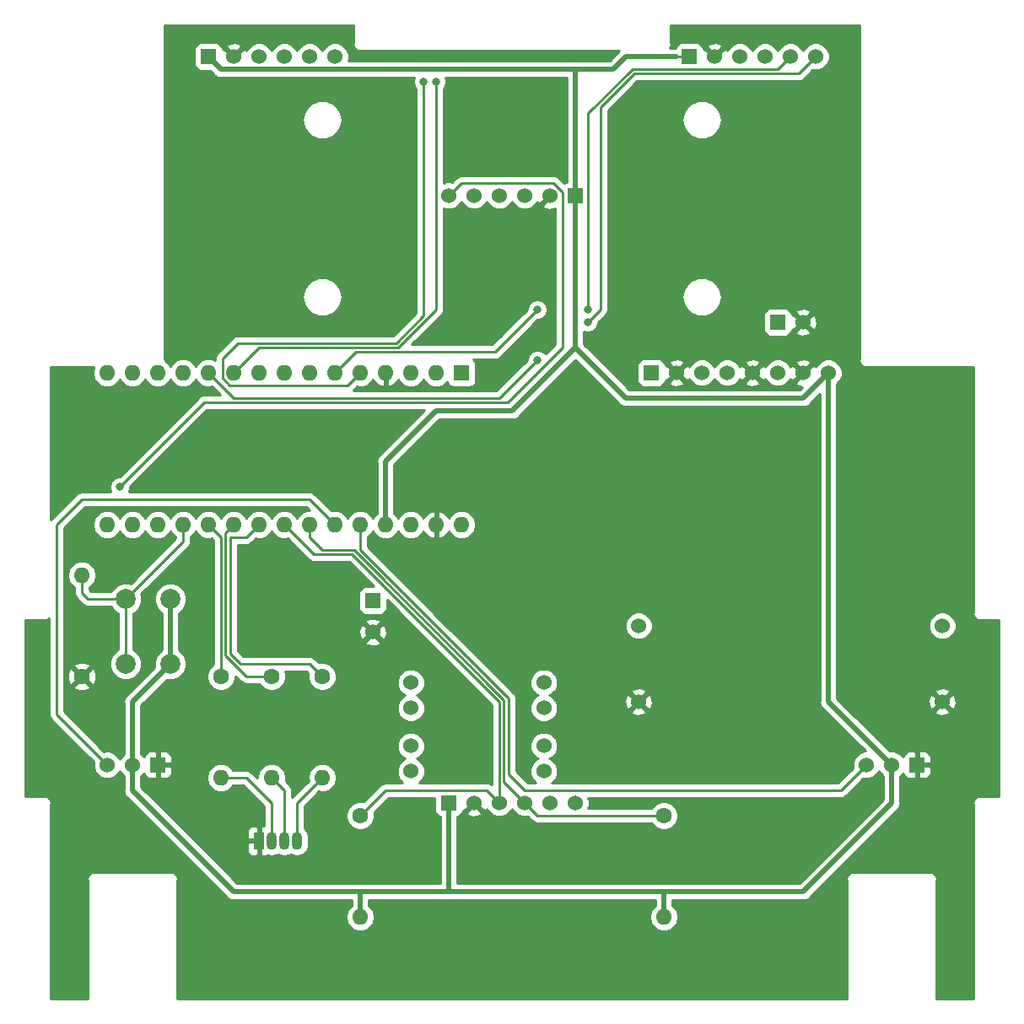
<source format=gbr>
G04 #@! TF.GenerationSoftware,KiCad,Pcbnew,(5.0.2)-1*
G04 #@! TF.CreationDate,2019-01-29T00:14:09+01:00*
G04 #@! TF.ProjectId,bigmax,6269676d-6178-42e6-9b69-6361645f7063,v1*
G04 #@! TF.SameCoordinates,Original*
G04 #@! TF.FileFunction,Copper,L1,Top*
G04 #@! TF.FilePolarity,Positive*
%FSLAX46Y46*%
G04 Gerber Fmt 4.6, Leading zero omitted, Abs format (unit mm)*
G04 Created by KiCad (PCBNEW (5.0.2)-1) date 29/01/2019 00:14:09*
%MOMM*%
%LPD*%
G01*
G04 APERTURE LIST*
G04 #@! TA.AperFunction,ComponentPad*
%ADD10R,1.524000X1.524000*%
G04 #@! TD*
G04 #@! TA.AperFunction,ComponentPad*
%ADD11C,1.524000*%
G04 #@! TD*
G04 #@! TA.AperFunction,ComponentPad*
%ADD12O,1.070000X1.800000*%
G04 #@! TD*
G04 #@! TA.AperFunction,ComponentPad*
%ADD13R,1.070000X1.800000*%
G04 #@! TD*
G04 #@! TA.AperFunction,ComponentPad*
%ADD14C,1.600000*%
G04 #@! TD*
G04 #@! TA.AperFunction,ComponentPad*
%ADD15O,1.600000X1.600000*%
G04 #@! TD*
G04 #@! TA.AperFunction,ComponentPad*
%ADD16C,2.000000*%
G04 #@! TD*
G04 #@! TA.AperFunction,ComponentPad*
%ADD17R,1.600000X1.600000*%
G04 #@! TD*
G04 #@! TA.AperFunction,ViaPad*
%ADD18C,0.800000*%
G04 #@! TD*
G04 #@! TA.AperFunction,Conductor*
%ADD19C,0.250000*%
G04 #@! TD*
G04 #@! TA.AperFunction,Conductor*
%ADD20C,0.500000*%
G04 #@! TD*
G04 #@! TA.AperFunction,Conductor*
%ADD21C,0.254000*%
G04 #@! TD*
G04 APERTURE END LIST*
D10*
G04 #@! TO.P,U10,1*
G04 #@! TO.N,+BATT*
X176530000Y-81280000D03*
D11*
G04 #@! TO.P,U10,2*
G04 #@! TO.N,GND*
X179070000Y-81280000D03*
G04 #@! TD*
D10*
G04 #@! TO.P,U9,1*
G04 #@! TO.N,+6V*
X135890000Y-109220000D03*
D11*
G04 #@! TO.P,U9,2*
G04 #@! TO.N,GND*
X135890000Y-112395000D03*
G04 #@! TO.P,U9,3*
G04 #@! TO.N,/in1*
X139700000Y-117475000D03*
G04 #@! TO.P,U9,4*
G04 #@! TO.N,/in2*
X139700000Y-120015000D03*
G04 #@! TO.P,U9,5*
G04 #@! TO.N,/in3*
X139700000Y-123825000D03*
G04 #@! TO.P,U9,6*
G04 #@! TO.N,/in4*
X139700000Y-126365000D03*
G04 #@! TO.P,U9,7*
G04 #@! TO.N,/M1*
X153035000Y-117475000D03*
G04 #@! TO.P,U9,8*
G04 #@! TO.N,/M2*
X153035000Y-120015000D03*
G04 #@! TO.P,U9,9*
G04 #@! TO.N,/M3*
X153035000Y-123825000D03*
G04 #@! TO.P,U9,10*
G04 #@! TO.N,/M4*
X153035000Y-126365000D03*
G04 #@! TD*
G04 #@! TO.P,U4,6*
G04 #@! TO.N,/c2_b*
X180340000Y-54610000D03*
G04 #@! TO.P,U4,5*
G04 #@! TO.N,/c1_b*
X177800000Y-54610000D03*
G04 #@! TO.P,U4,4*
G04 #@! TO.N,/M4*
X175260000Y-54610000D03*
G04 #@! TO.P,U4,3*
G04 #@! TO.N,/M3*
X172720000Y-54610000D03*
G04 #@! TO.P,U4,2*
G04 #@! TO.N,GND*
X170180000Y-54610000D03*
D10*
G04 #@! TO.P,U4,1*
G04 #@! TO.N,VCC*
X167640000Y-54610000D03*
G04 #@! TD*
D11*
G04 #@! TO.P,U8,6*
G04 #@! TO.N,/XSHUT_b*
X143510000Y-68580000D03*
G04 #@! TO.P,U8,5*
G04 #@! TO.N,Net-(U8-Pad5)*
X146050000Y-68580000D03*
G04 #@! TO.P,U8,4*
G04 #@! TO.N,/scl*
X148590000Y-68580000D03*
G04 #@! TO.P,U8,3*
G04 #@! TO.N,/sda*
X151130000Y-68580000D03*
G04 #@! TO.P,U8,2*
G04 #@! TO.N,GND*
X153670000Y-68580000D03*
D10*
G04 #@! TO.P,U8,1*
G04 #@! TO.N,VCC*
X156210000Y-68580000D03*
G04 #@! TD*
D12*
G04 #@! TO.P,D1,4*
G04 #@! TO.N,Net-(D1-Pad4)*
X128270000Y-133350000D03*
G04 #@! TO.P,D1,3*
G04 #@! TO.N,Net-(D1-Pad3)*
X127000000Y-133350000D03*
G04 #@! TO.P,D1,2*
G04 #@! TO.N,Net-(D1-Pad2)*
X125730000Y-133350000D03*
D13*
G04 #@! TO.P,D1,1*
G04 #@! TO.N,GND*
X124460000Y-133350000D03*
G04 #@! TD*
D14*
G04 #@! TO.P,R1,1*
G04 #@! TO.N,Net-(A1-Pad22)*
X130810000Y-116840000D03*
D15*
G04 #@! TO.P,R1,2*
G04 #@! TO.N,Net-(D1-Pad4)*
X130810000Y-127000000D03*
G04 #@! TD*
G04 #@! TO.P,R2,2*
G04 #@! TO.N,Net-(D1-Pad3)*
X125730000Y-127000000D03*
D14*
G04 #@! TO.P,R2,1*
G04 #@! TO.N,Net-(A1-Pad21)*
X125730000Y-116840000D03*
G04 #@! TD*
G04 #@! TO.P,R3,1*
G04 #@! TO.N,GND*
X106680000Y-116840000D03*
D15*
G04 #@! TO.P,R3,2*
G04 #@! TO.N,Net-(A1-Pad19)*
X106680000Y-106680000D03*
G04 #@! TD*
G04 #@! TO.P,R4,2*
G04 #@! TO.N,Net-(D1-Pad2)*
X120650000Y-127000000D03*
D14*
G04 #@! TO.P,R4,1*
G04 #@! TO.N,Net-(A1-Pad20)*
X120650000Y-116840000D03*
G04 #@! TD*
D16*
G04 #@! TO.P,SW1,1*
G04 #@! TO.N,VCC*
X115570000Y-115570000D03*
G04 #@! TO.P,SW1,2*
G04 #@! TO.N,Net-(A1-Pad19)*
X111070000Y-115570000D03*
G04 #@! TO.P,SW1,1*
G04 #@! TO.N,VCC*
X115570000Y-109070000D03*
G04 #@! TO.P,SW1,2*
G04 #@! TO.N,Net-(A1-Pad19)*
X111070000Y-109070000D03*
G04 #@! TD*
D11*
G04 #@! TO.P,U1,2*
G04 #@! TO.N,VCC*
X111760000Y-125730000D03*
G04 #@! TO.P,U1,3*
G04 #@! TO.N,/out_a*
X109220000Y-125730000D03*
D10*
G04 #@! TO.P,U1,1*
G04 #@! TO.N,GND*
X114300000Y-125730000D03*
G04 #@! TD*
G04 #@! TO.P,U2,1*
G04 #@! TO.N,GND*
X190500000Y-125730000D03*
D11*
G04 #@! TO.P,U2,3*
G04 #@! TO.N,/out_b*
X185420000Y-125730000D03*
G04 #@! TO.P,U2,2*
G04 #@! TO.N,VCC*
X187960000Y-125730000D03*
G04 #@! TD*
D10*
G04 #@! TO.P,U3,1*
G04 #@! TO.N,VCC*
X119380000Y-54610000D03*
D11*
G04 #@! TO.P,U3,2*
G04 #@! TO.N,GND*
X121920000Y-54610000D03*
G04 #@! TO.P,U3,3*
G04 #@! TO.N,/M1*
X124460000Y-54610000D03*
G04 #@! TO.P,U3,4*
G04 #@! TO.N,/M2*
X127000000Y-54610000D03*
G04 #@! TO.P,U3,5*
G04 #@! TO.N,/c1_a*
X129540000Y-54610000D03*
G04 #@! TO.P,U3,6*
G04 #@! TO.N,/c2_a*
X132080000Y-54610000D03*
G04 #@! TD*
D10*
G04 #@! TO.P,U5,1*
G04 #@! TO.N,Net-(U5-Pad1)*
X163830000Y-86360000D03*
D11*
G04 #@! TO.P,U5,2*
G04 #@! TO.N,GND*
X166370000Y-86360000D03*
G04 #@! TO.P,U5,3*
G04 #@! TO.N,+BATT*
X168910000Y-86360000D03*
G04 #@! TO.P,U5,4*
G04 #@! TO.N,Net-(U5-Pad4)*
X171450000Y-86360000D03*
G04 #@! TO.P,U5,5*
G04 #@! TO.N,GND*
X173990000Y-86360000D03*
G04 #@! TO.P,U5,6*
G04 #@! TO.N,Net-(U5-Pad6)*
X176530000Y-86360000D03*
G04 #@! TO.P,U5,7*
G04 #@! TO.N,GND*
X179070000Y-86360000D03*
G04 #@! TO.P,U5,8*
G04 #@! TO.N,VCC*
X181610000Y-86360000D03*
G04 #@! TD*
G04 #@! TO.P,U6,1*
G04 #@! TO.N,+BATT*
X193040000Y-111760000D03*
G04 #@! TO.P,U6,3*
G04 #@! TO.N,+6V*
X162560000Y-111760000D03*
G04 #@! TO.P,U6,2*
G04 #@! TO.N,GND*
X193040000Y-119380000D03*
G04 #@! TO.P,U6,4*
X162560000Y-119380000D03*
G04 #@! TD*
D10*
G04 #@! TO.P,U7,1*
G04 #@! TO.N,VCC*
X143510000Y-129540000D03*
D11*
G04 #@! TO.P,U7,2*
G04 #@! TO.N,GND*
X146050000Y-129540000D03*
G04 #@! TO.P,U7,3*
G04 #@! TO.N,/sda*
X148590000Y-129540000D03*
G04 #@! TO.P,U7,4*
G04 #@! TO.N,/scl*
X151130000Y-129540000D03*
G04 #@! TO.P,U7,5*
G04 #@! TO.N,Net-(U7-Pad5)*
X153670000Y-129540000D03*
G04 #@! TO.P,U7,6*
G04 #@! TO.N,/XSHUT_a*
X156210000Y-129540000D03*
G04 #@! TD*
D14*
G04 #@! TO.P,R5,1*
G04 #@! TO.N,/scl*
X165100000Y-130810000D03*
D15*
G04 #@! TO.P,R5,2*
G04 #@! TO.N,VCC*
X165100000Y-140970000D03*
G04 #@! TD*
G04 #@! TO.P,R6,2*
G04 #@! TO.N,VCC*
X134620000Y-140970000D03*
D14*
G04 #@! TO.P,R6,1*
G04 #@! TO.N,/sda*
X134620000Y-130810000D03*
G04 #@! TD*
D15*
G04 #@! TO.P,A1,16*
G04 #@! TO.N,/XSHUT_b*
X109220000Y-101600000D03*
G04 #@! TO.P,A1,15*
G04 #@! TO.N,/XSHUT_a*
X109220000Y-86360000D03*
G04 #@! TO.P,A1,30*
G04 #@! TO.N,Net-(A1-Pad30)*
X144780000Y-101600000D03*
G04 #@! TO.P,A1,14*
G04 #@! TO.N,/in4*
X111760000Y-86360000D03*
G04 #@! TO.P,A1,29*
G04 #@! TO.N,GND*
X142240000Y-101600000D03*
G04 #@! TO.P,A1,13*
G04 #@! TO.N,/in3*
X114300000Y-86360000D03*
G04 #@! TO.P,A1,28*
G04 #@! TO.N,Net-(A1-Pad28)*
X139700000Y-101600000D03*
G04 #@! TO.P,A1,12*
G04 #@! TO.N,/in2*
X116840000Y-86360000D03*
G04 #@! TO.P,A1,27*
G04 #@! TO.N,VCC*
X137160000Y-101600000D03*
G04 #@! TO.P,A1,11*
G04 #@! TO.N,/c2_b*
X119380000Y-86360000D03*
G04 #@! TO.P,A1,26*
G04 #@! TO.N,/out_b*
X134620000Y-101600000D03*
G04 #@! TO.P,A1,10*
G04 #@! TO.N,/c2_a*
X121920000Y-86360000D03*
G04 #@! TO.P,A1,25*
G04 #@! TO.N,/out_a*
X132080000Y-101600000D03*
G04 #@! TO.P,A1,9*
G04 #@! TO.N,/in1*
X124460000Y-86360000D03*
G04 #@! TO.P,A1,24*
G04 #@! TO.N,/scl*
X129540000Y-101600000D03*
G04 #@! TO.P,A1,8*
G04 #@! TO.N,Net-(A1-Pad8)*
X127000000Y-86360000D03*
G04 #@! TO.P,A1,23*
G04 #@! TO.N,/sda*
X127000000Y-101600000D03*
G04 #@! TO.P,A1,7*
G04 #@! TO.N,Net-(A1-Pad7)*
X129540000Y-86360000D03*
G04 #@! TO.P,A1,22*
G04 #@! TO.N,Net-(A1-Pad22)*
X124460000Y-101600000D03*
G04 #@! TO.P,A1,6*
G04 #@! TO.N,/c1_b*
X132080000Y-86360000D03*
G04 #@! TO.P,A1,21*
G04 #@! TO.N,Net-(A1-Pad21)*
X121920000Y-101600000D03*
G04 #@! TO.P,A1,5*
G04 #@! TO.N,/c1_a*
X134620000Y-86360000D03*
G04 #@! TO.P,A1,20*
G04 #@! TO.N,Net-(A1-Pad20)*
X119380000Y-101600000D03*
G04 #@! TO.P,A1,4*
G04 #@! TO.N,GND*
X137160000Y-86360000D03*
G04 #@! TO.P,A1,19*
G04 #@! TO.N,Net-(A1-Pad19)*
X116840000Y-101600000D03*
G04 #@! TO.P,A1,3*
G04 #@! TO.N,Net-(A1-Pad3)*
X139700000Y-86360000D03*
G04 #@! TO.P,A1,18*
G04 #@! TO.N,Net-(A1-Pad18)*
X114300000Y-101600000D03*
G04 #@! TO.P,A1,2*
G04 #@! TO.N,Net-(A1-Pad2)*
X142240000Y-86360000D03*
G04 #@! TO.P,A1,17*
G04 #@! TO.N,Net-(A1-Pad17)*
X111760000Y-101600000D03*
D17*
G04 #@! TO.P,A1,1*
G04 #@! TO.N,Net-(A1-Pad1)*
X144780000Y-86360000D03*
G04 #@! TD*
D18*
G04 #@! TO.N,/XSHUT_b*
X110490000Y-97790000D03*
G04 #@! TO.N,/c2_b*
X157480000Y-81280000D03*
X152400000Y-85090006D03*
G04 #@! TO.N,/c2_a*
X142240000Y-57150000D03*
G04 #@! TO.N,/c1_b*
X157480000Y-80010000D03*
X152400000Y-80010000D03*
G04 #@! TO.N,/c1_a*
X140970000Y-57150000D03*
G04 #@! TO.N,GND*
X125730000Y-93980000D03*
X125730000Y-111760000D03*
X119380000Y-105410000D03*
X121920000Y-93980000D03*
X119380000Y-93980000D03*
X116840000Y-93980000D03*
X114300000Y-97790000D03*
X143510000Y-76200000D03*
X120650000Y-62230000D03*
X134620000Y-62230000D03*
X120650000Y-76200000D03*
X134620000Y-76200000D03*
X166370000Y-62230000D03*
X166370000Y-76200000D03*
X180340000Y-76200000D03*
X180340000Y-62230000D03*
X148590000Y-93980000D03*
X148590000Y-111760000D03*
X194310000Y-93980000D03*
X194310000Y-105410000D03*
X166370000Y-105410000D03*
X105410000Y-144780000D03*
X109220000Y-121920000D03*
X125730000Y-144780000D03*
X148590000Y-144780000D03*
X166370000Y-144780000D03*
X180340000Y-144780000D03*
X180340000Y-132080000D03*
X194310000Y-144780000D03*
X180340000Y-118110000D03*
X148590000Y-62230000D03*
X135890000Y-93980000D03*
X148590000Y-82550000D03*
X114300000Y-90170000D03*
X125730000Y-121920000D03*
X166370000Y-132080000D03*
X180340000Y-105410000D03*
X180340000Y-93980000D03*
X135890000Y-121920000D03*
X166370000Y-93980000D03*
X194310000Y-132080000D03*
X194310000Y-118110000D03*
X148590000Y-132080000D03*
X105410000Y-132080000D03*
X109220000Y-111760000D03*
X148590000Y-105410000D03*
X148590000Y-54610000D03*
X165383963Y-117893939D03*
X154940000Y-57119979D03*
X105410000Y-93980000D03*
G04 #@! TD*
D19*
G04 #@! TO.N,/XSHUT_b*
X110889999Y-97390001D02*
X110490000Y-97790000D01*
X118929989Y-89350011D02*
X110889999Y-97390001D01*
X144780000Y-67310000D02*
X154008762Y-67310000D01*
X143510000Y-68580000D02*
X144780000Y-67310000D01*
X154008762Y-67310000D02*
X154940000Y-68241238D01*
X154940000Y-83820000D02*
X149409989Y-89350011D01*
X154940000Y-68241238D02*
X154940000Y-83820000D01*
X149409989Y-89350011D02*
X118929989Y-89350011D01*
D20*
G04 #@! TO.N,VCC*
X181610000Y-119380000D02*
X187960000Y-125730000D01*
X181610000Y-86360000D02*
X181610000Y-119380000D01*
X111760000Y-128270000D02*
X111760000Y-125730000D01*
X121920000Y-138430000D02*
X111760000Y-128270000D01*
X187960000Y-125730000D02*
X187960000Y-129540000D01*
X187960000Y-129540000D02*
X179070000Y-138430000D01*
X143510000Y-129540000D02*
X143510000Y-138430000D01*
X111760000Y-119380000D02*
X115570000Y-115570000D01*
X111760000Y-125730000D02*
X111760000Y-119380000D01*
X115570000Y-115570000D02*
X115570000Y-109070000D01*
X156210000Y-68580000D02*
X156210000Y-57150000D01*
X156210000Y-57150000D02*
X156210000Y-55880000D01*
X156210000Y-83820000D02*
X156210000Y-82550000D01*
X156210000Y-82550000D02*
X156210000Y-68580000D01*
D19*
X166370000Y-54610000D02*
X167640000Y-54610000D01*
D20*
X165100000Y-140970000D02*
X165100000Y-138430000D01*
X179070000Y-138430000D02*
X165100000Y-138430000D01*
X134620000Y-140970000D02*
X134620000Y-138430000D01*
X165100000Y-138430000D02*
X134620000Y-138430000D01*
X134620000Y-138430000D02*
X121920000Y-138430000D01*
X149860000Y-90170000D02*
X156210000Y-83820000D01*
X142240000Y-90170000D02*
X149860000Y-90170000D01*
X137160000Y-101600000D02*
X137160000Y-95250000D01*
X137160000Y-95250000D02*
X142240000Y-90170000D01*
X179070000Y-88900000D02*
X181610000Y-86360000D01*
X156210000Y-83820000D02*
X161290000Y-88900000D01*
X161290000Y-88900000D02*
X179070000Y-88900000D01*
X120650000Y-55880000D02*
X119380000Y-54610000D01*
X160020000Y-55880000D02*
X120650000Y-55880000D01*
X166370000Y-54610000D02*
X161290000Y-54610000D01*
X161290000Y-54610000D02*
X160020000Y-55880000D01*
D19*
G04 #@! TO.N,/c2_b*
X152000001Y-85490005D02*
X152400000Y-85090006D01*
X148590006Y-88900000D02*
X152000001Y-85490005D01*
X121920000Y-88900000D02*
X148590006Y-88900000D01*
X119380000Y-86360000D02*
X121920000Y-88900000D01*
X178619991Y-56330009D02*
X180340000Y-54610000D01*
X162109991Y-56330009D02*
X178619991Y-56330009D01*
X158750000Y-59690000D02*
X162109991Y-56330009D01*
X157480000Y-81280000D02*
X158750000Y-80010000D01*
X158750000Y-80010000D02*
X158750000Y-59690000D01*
G04 #@! TO.N,/out_b*
X182880000Y-128270000D02*
X185420000Y-125730000D01*
X151130000Y-128270000D02*
X182880000Y-128270000D01*
X149494002Y-126634002D02*
X151130000Y-128270000D01*
X149494002Y-119014002D02*
X149494002Y-126634002D01*
X134620000Y-101600000D02*
X134620000Y-104140000D01*
X134620000Y-104140000D02*
X149494002Y-119014002D01*
G04 #@! TO.N,/c2_a*
X142240000Y-80010000D02*
X142240000Y-57715685D01*
X124460000Y-83820000D02*
X138430000Y-83820000D01*
X121920000Y-86360000D02*
X124460000Y-83820000D01*
X138430000Y-83820000D02*
X142240000Y-80010000D01*
X142240000Y-57715685D02*
X142240000Y-57150000D01*
G04 #@! TO.N,/out_a*
X109220000Y-125730000D02*
X104140000Y-120650000D01*
X104140000Y-120650000D02*
X104140000Y-101600000D01*
X104140000Y-101600000D02*
X106680000Y-99060000D01*
X106680000Y-99060000D02*
X129540000Y-99060000D01*
X129540000Y-99060000D02*
X132080000Y-101600000D01*
G04 #@! TO.N,/scl*
X152400000Y-130810000D02*
X151130000Y-129540000D01*
X165100000Y-130810000D02*
X152400000Y-130810000D01*
X149040010Y-127450010D02*
X150368001Y-128778001D01*
X129540000Y-102870000D02*
X130810000Y-104140000D01*
X130810000Y-104140000D02*
X133983590Y-104140000D01*
X133983590Y-104140000D02*
X135439989Y-105596400D01*
X150368001Y-128778001D02*
X151130000Y-129540000D01*
X135439989Y-105596400D02*
X149040010Y-119196421D01*
X129540000Y-101600000D02*
X129540000Y-102870000D01*
X149040010Y-119196421D02*
X149040010Y-127450010D01*
G04 #@! TO.N,/sda*
X127799999Y-102399999D02*
X127000000Y-101600000D01*
X129990011Y-104590011D02*
X127799999Y-102399999D01*
X133797190Y-104590011D02*
X129990011Y-104590011D01*
X148590000Y-129540000D02*
X148590000Y-119382821D01*
X148590000Y-119382821D02*
X133797190Y-104590011D01*
X147828001Y-128778001D02*
X148590000Y-129540000D01*
X147320000Y-128270000D02*
X147828001Y-128778001D01*
X134620000Y-130810000D02*
X137160000Y-128270000D01*
X137160000Y-128270000D02*
X147320000Y-128270000D01*
G04 #@! TO.N,Net-(A1-Pad22)*
X130810000Y-116840000D02*
X129540000Y-115570000D01*
X129540000Y-115570000D02*
X122556410Y-115570000D01*
X122556410Y-115570000D02*
X121550020Y-114563610D01*
X121550020Y-114563610D02*
X121550020Y-102870000D01*
X123190000Y-102870000D02*
X124460000Y-101600000D01*
X121550020Y-102870000D02*
X123190000Y-102870000D01*
G04 #@! TO.N,/c1_b*
X176530002Y-55879998D02*
X177800000Y-54610000D01*
X161923591Y-55879998D02*
X176530002Y-55879998D01*
X157480000Y-80010000D02*
X157480000Y-60323589D01*
X157480000Y-60323589D02*
X161923591Y-55879998D01*
X148139989Y-84270011D02*
X152000001Y-80409999D01*
X134169989Y-84270011D02*
X148139989Y-84270011D01*
X132080000Y-86360000D02*
X134169989Y-84270011D01*
X152000001Y-80409999D02*
X152400000Y-80010000D01*
G04 #@! TO.N,Net-(A1-Pad21)*
X121100010Y-114750010D02*
X121100010Y-102419990D01*
X125730000Y-116840000D02*
X123190000Y-116840000D01*
X123190000Y-116840000D02*
X121100010Y-114750010D01*
X121920000Y-101600000D02*
X121100010Y-102419990D01*
G04 #@! TO.N,/c1_a*
X122370010Y-83369990D02*
X138243600Y-83369990D01*
X120794999Y-86900001D02*
X120794999Y-84945001D01*
X134620000Y-86360000D02*
X133350000Y-87630000D01*
X121524998Y-87630000D02*
X120794999Y-86900001D01*
X133350000Y-87630000D02*
X121524998Y-87630000D01*
X138243600Y-83369990D02*
X140970000Y-80643590D01*
X120794999Y-84945001D02*
X122370010Y-83369990D01*
X140970000Y-80643590D02*
X140970000Y-57715685D01*
X140970000Y-57715685D02*
X140970000Y-57150000D01*
G04 #@! TO.N,Net-(A1-Pad20)*
X120650000Y-102870000D02*
X119380000Y-101600000D01*
X120650000Y-116840000D02*
X120650000Y-102870000D01*
G04 #@! TO.N,Net-(A1-Pad19)*
X111070000Y-115570000D02*
X111070000Y-109070000D01*
X111070000Y-109070000D02*
X116840000Y-103300000D01*
X116840000Y-103300000D02*
X116840000Y-101600000D01*
X107292000Y-109070000D02*
X111070000Y-109070000D01*
X106680000Y-106680000D02*
X106680000Y-108458000D01*
X106680000Y-108458000D02*
X107292000Y-109070000D01*
G04 #@! TO.N,Net-(D1-Pad4)*
X128270000Y-129540000D02*
X130810000Y-127000000D01*
X128270000Y-133350000D02*
X128270000Y-129540000D01*
G04 #@! TO.N,Net-(D1-Pad3)*
X127000000Y-128270000D02*
X125730000Y-127000000D01*
X127000000Y-133350000D02*
X127000000Y-128270000D01*
G04 #@! TO.N,Net-(D1-Pad2)*
X120650000Y-127000000D02*
X123190000Y-127000000D01*
X123190000Y-127000000D02*
X125730000Y-129540000D01*
X125730000Y-129540000D02*
X125730000Y-133350000D01*
G04 #@! TD*
D21*
G04 #@! TO.N,GND*
G36*
X184710001Y-85020069D02*
X184696091Y-85090000D01*
X184751195Y-85367028D01*
X184908119Y-85601881D01*
X185142972Y-85758805D01*
X185350074Y-85800000D01*
X185350075Y-85800000D01*
X185420000Y-85813909D01*
X185489926Y-85800000D01*
X196140000Y-85800000D01*
X196140001Y-110420069D01*
X196126091Y-110490000D01*
X196181195Y-110767028D01*
X196338119Y-111001881D01*
X196572972Y-111158805D01*
X196780074Y-111200000D01*
X196780075Y-111200000D01*
X196850000Y-111213909D01*
X196919926Y-111200000D01*
X198680000Y-111200000D01*
X198680001Y-128830000D01*
X196919925Y-128830000D01*
X196850000Y-128816091D01*
X196780074Y-128830000D01*
X196572972Y-128871195D01*
X196338119Y-129028119D01*
X196181195Y-129262972D01*
X196126091Y-129540000D01*
X196140000Y-129609925D01*
X196140001Y-149150000D01*
X192480000Y-149150000D01*
X192480000Y-137229926D01*
X192493909Y-137160000D01*
X192438805Y-136882972D01*
X192281881Y-136648119D01*
X192047028Y-136491195D01*
X191839926Y-136450000D01*
X191770000Y-136436091D01*
X191700075Y-136450000D01*
X184219925Y-136450000D01*
X184150000Y-136436091D01*
X184080074Y-136450000D01*
X183872972Y-136491195D01*
X183638119Y-136648119D01*
X183481195Y-136882972D01*
X183426091Y-137160000D01*
X183440000Y-137229926D01*
X183440001Y-149150000D01*
X116280000Y-149150000D01*
X116280000Y-137229926D01*
X116293909Y-137160000D01*
X116238805Y-136882972D01*
X116081881Y-136648119D01*
X115847028Y-136491195D01*
X115639926Y-136450000D01*
X115639925Y-136450000D01*
X115570000Y-136436091D01*
X115500074Y-136450000D01*
X108019926Y-136450000D01*
X107950000Y-136436091D01*
X107880075Y-136450000D01*
X107880074Y-136450000D01*
X107672972Y-136491195D01*
X107438119Y-136648119D01*
X107281195Y-136882972D01*
X107226091Y-137160000D01*
X107240001Y-137229931D01*
X107240000Y-149150000D01*
X103580000Y-149150000D01*
X103580000Y-129609925D01*
X103593909Y-129540000D01*
X103538805Y-129262972D01*
X103381881Y-129028119D01*
X103147028Y-128871195D01*
X102939926Y-128830000D01*
X102939925Y-128830000D01*
X102870000Y-128816091D01*
X102800074Y-128830000D01*
X101040000Y-128830000D01*
X101040000Y-111200000D01*
X102800075Y-111200000D01*
X102870000Y-111213909D01*
X103077661Y-111172603D01*
X103147028Y-111158805D01*
X103380001Y-111003138D01*
X103380000Y-120575153D01*
X103365112Y-120650000D01*
X103380000Y-120724847D01*
X103380000Y-120724851D01*
X103424096Y-120946536D01*
X103592071Y-121197929D01*
X103655530Y-121240331D01*
X107835980Y-125420782D01*
X107823000Y-125452119D01*
X107823000Y-126007881D01*
X108035680Y-126521337D01*
X108428663Y-126914320D01*
X108942119Y-127127000D01*
X109497881Y-127127000D01*
X110011337Y-126914320D01*
X110404320Y-126521337D01*
X110490000Y-126314487D01*
X110575680Y-126521337D01*
X110875001Y-126820658D01*
X110875000Y-128182839D01*
X110857663Y-128270000D01*
X110875000Y-128357161D01*
X110875000Y-128357164D01*
X110926348Y-128615309D01*
X111121951Y-128908049D01*
X111195847Y-128957425D01*
X121232577Y-138994156D01*
X121281951Y-139068049D01*
X121355844Y-139117423D01*
X121355845Y-139117424D01*
X121574690Y-139263652D01*
X121832835Y-139315000D01*
X121832839Y-139315000D01*
X121920000Y-139332337D01*
X122007161Y-139315000D01*
X133735001Y-139315000D01*
X133735000Y-139835479D01*
X133585423Y-139935423D01*
X133268260Y-140410091D01*
X133156887Y-140970000D01*
X133268260Y-141529909D01*
X133585423Y-142004577D01*
X134060091Y-142321740D01*
X134478667Y-142405000D01*
X134761333Y-142405000D01*
X135179909Y-142321740D01*
X135654577Y-142004577D01*
X135971740Y-141529909D01*
X136083113Y-140970000D01*
X135971740Y-140410091D01*
X135654577Y-139935423D01*
X135505000Y-139835479D01*
X135505000Y-139315000D01*
X143422836Y-139315000D01*
X143510000Y-139332338D01*
X143597165Y-139315000D01*
X164215001Y-139315000D01*
X164215000Y-139835479D01*
X164065423Y-139935423D01*
X163748260Y-140410091D01*
X163636887Y-140970000D01*
X163748260Y-141529909D01*
X164065423Y-142004577D01*
X164540091Y-142321740D01*
X164958667Y-142405000D01*
X165241333Y-142405000D01*
X165659909Y-142321740D01*
X166134577Y-142004577D01*
X166451740Y-141529909D01*
X166563113Y-140970000D01*
X166451740Y-140410091D01*
X166134577Y-139935423D01*
X165985000Y-139835479D01*
X165985000Y-139315000D01*
X178982839Y-139315000D01*
X179070000Y-139332337D01*
X179157161Y-139315000D01*
X179157165Y-139315000D01*
X179415310Y-139263652D01*
X179708049Y-139068049D01*
X179757425Y-138994153D01*
X188524156Y-130227423D01*
X188598049Y-130178049D01*
X188658267Y-130087928D01*
X188793652Y-129885310D01*
X188845000Y-129627165D01*
X188845000Y-129627161D01*
X188862337Y-129540000D01*
X188845000Y-129452839D01*
X188845000Y-126820657D01*
X189103000Y-126562657D01*
X189103000Y-126618310D01*
X189199673Y-126851699D01*
X189378302Y-127030327D01*
X189611691Y-127127000D01*
X190214250Y-127127000D01*
X190373000Y-126968250D01*
X190373000Y-125857000D01*
X190627000Y-125857000D01*
X190627000Y-126968250D01*
X190785750Y-127127000D01*
X191388309Y-127127000D01*
X191621698Y-127030327D01*
X191800327Y-126851699D01*
X191897000Y-126618310D01*
X191897000Y-126015750D01*
X191738250Y-125857000D01*
X190627000Y-125857000D01*
X190373000Y-125857000D01*
X190353000Y-125857000D01*
X190353000Y-125603000D01*
X190373000Y-125603000D01*
X190373000Y-124491750D01*
X190627000Y-124491750D01*
X190627000Y-125603000D01*
X191738250Y-125603000D01*
X191897000Y-125444250D01*
X191897000Y-124841690D01*
X191800327Y-124608301D01*
X191621698Y-124429673D01*
X191388309Y-124333000D01*
X190785750Y-124333000D01*
X190627000Y-124491750D01*
X190373000Y-124491750D01*
X190214250Y-124333000D01*
X189611691Y-124333000D01*
X189378302Y-124429673D01*
X189199673Y-124608301D01*
X189103000Y-124841690D01*
X189103000Y-124897343D01*
X188751337Y-124545680D01*
X188237881Y-124333000D01*
X187814579Y-124333000D01*
X183841792Y-120360213D01*
X192239392Y-120360213D01*
X192308857Y-120602397D01*
X192832302Y-120789144D01*
X193387368Y-120761362D01*
X193771143Y-120602397D01*
X193840608Y-120360213D01*
X193040000Y-119559605D01*
X192239392Y-120360213D01*
X183841792Y-120360213D01*
X182653881Y-119172302D01*
X191630856Y-119172302D01*
X191658638Y-119727368D01*
X191817603Y-120111143D01*
X192059787Y-120180608D01*
X192860395Y-119380000D01*
X193219605Y-119380000D01*
X194020213Y-120180608D01*
X194262397Y-120111143D01*
X194449144Y-119587698D01*
X194421362Y-119032632D01*
X194262397Y-118648857D01*
X194020213Y-118579392D01*
X193219605Y-119380000D01*
X192860395Y-119380000D01*
X192059787Y-118579392D01*
X191817603Y-118648857D01*
X191630856Y-119172302D01*
X182653881Y-119172302D01*
X182495000Y-119013422D01*
X182495000Y-118399787D01*
X192239392Y-118399787D01*
X193040000Y-119200395D01*
X193840608Y-118399787D01*
X193771143Y-118157603D01*
X193247698Y-117970856D01*
X192692632Y-117998638D01*
X192308857Y-118157603D01*
X192239392Y-118399787D01*
X182495000Y-118399787D01*
X182495000Y-111482119D01*
X191643000Y-111482119D01*
X191643000Y-112037881D01*
X191855680Y-112551337D01*
X192248663Y-112944320D01*
X192762119Y-113157000D01*
X193317881Y-113157000D01*
X193831337Y-112944320D01*
X194224320Y-112551337D01*
X194437000Y-112037881D01*
X194437000Y-111482119D01*
X194224320Y-110968663D01*
X193831337Y-110575680D01*
X193317881Y-110363000D01*
X192762119Y-110363000D01*
X192248663Y-110575680D01*
X191855680Y-110968663D01*
X191643000Y-111482119D01*
X182495000Y-111482119D01*
X182495000Y-87450657D01*
X182794320Y-87151337D01*
X183007000Y-86637881D01*
X183007000Y-86082119D01*
X182794320Y-85568663D01*
X182401337Y-85175680D01*
X181887881Y-84963000D01*
X181332119Y-84963000D01*
X180818663Y-85175680D01*
X180425680Y-85568663D01*
X180346572Y-85759647D01*
X180292397Y-85628857D01*
X180050213Y-85559392D01*
X179249605Y-86360000D01*
X179263748Y-86374143D01*
X179084143Y-86553748D01*
X179070000Y-86539605D01*
X178269392Y-87340213D01*
X178338857Y-87582397D01*
X178862302Y-87769144D01*
X178953860Y-87764561D01*
X178703422Y-88015000D01*
X161656579Y-88015000D01*
X159239579Y-85598000D01*
X162420560Y-85598000D01*
X162420560Y-87122000D01*
X162469843Y-87369765D01*
X162610191Y-87579809D01*
X162820235Y-87720157D01*
X163068000Y-87769440D01*
X164592000Y-87769440D01*
X164839765Y-87720157D01*
X165049809Y-87579809D01*
X165190157Y-87369765D01*
X165196035Y-87340213D01*
X165569392Y-87340213D01*
X165638857Y-87582397D01*
X166162302Y-87769144D01*
X166717368Y-87741362D01*
X167101143Y-87582397D01*
X167170608Y-87340213D01*
X166370000Y-86539605D01*
X165569392Y-87340213D01*
X165196035Y-87340213D01*
X165239440Y-87122000D01*
X165239440Y-87117484D01*
X165389787Y-87160608D01*
X166190395Y-86360000D01*
X166549605Y-86360000D01*
X167350213Y-87160608D01*
X167592397Y-87091143D01*
X167642535Y-86950607D01*
X167725680Y-87151337D01*
X168118663Y-87544320D01*
X168632119Y-87757000D01*
X169187881Y-87757000D01*
X169701337Y-87544320D01*
X170094320Y-87151337D01*
X170180000Y-86944487D01*
X170265680Y-87151337D01*
X170658663Y-87544320D01*
X171172119Y-87757000D01*
X171727881Y-87757000D01*
X172241337Y-87544320D01*
X172445444Y-87340213D01*
X173189392Y-87340213D01*
X173258857Y-87582397D01*
X173782302Y-87769144D01*
X174337368Y-87741362D01*
X174721143Y-87582397D01*
X174790608Y-87340213D01*
X173990000Y-86539605D01*
X173189392Y-87340213D01*
X172445444Y-87340213D01*
X172634320Y-87151337D01*
X172713428Y-86960353D01*
X172767603Y-87091143D01*
X173009787Y-87160608D01*
X173810395Y-86360000D01*
X174169605Y-86360000D01*
X174970213Y-87160608D01*
X175212397Y-87091143D01*
X175262535Y-86950607D01*
X175345680Y-87151337D01*
X175738663Y-87544320D01*
X176252119Y-87757000D01*
X176807881Y-87757000D01*
X177321337Y-87544320D01*
X177714320Y-87151337D01*
X177793428Y-86960353D01*
X177847603Y-87091143D01*
X178089787Y-87160608D01*
X178890395Y-86360000D01*
X178089787Y-85559392D01*
X177847603Y-85628857D01*
X177797465Y-85769393D01*
X177714320Y-85568663D01*
X177525444Y-85379787D01*
X178269392Y-85379787D01*
X179070000Y-86180395D01*
X179870608Y-85379787D01*
X179801143Y-85137603D01*
X179277698Y-84950856D01*
X178722632Y-84978638D01*
X178338857Y-85137603D01*
X178269392Y-85379787D01*
X177525444Y-85379787D01*
X177321337Y-85175680D01*
X176807881Y-84963000D01*
X176252119Y-84963000D01*
X175738663Y-85175680D01*
X175345680Y-85568663D01*
X175266572Y-85759647D01*
X175212397Y-85628857D01*
X174970213Y-85559392D01*
X174169605Y-86360000D01*
X173810395Y-86360000D01*
X173009787Y-85559392D01*
X172767603Y-85628857D01*
X172717465Y-85769393D01*
X172634320Y-85568663D01*
X172445444Y-85379787D01*
X173189392Y-85379787D01*
X173990000Y-86180395D01*
X174790608Y-85379787D01*
X174721143Y-85137603D01*
X174197698Y-84950856D01*
X173642632Y-84978638D01*
X173258857Y-85137603D01*
X173189392Y-85379787D01*
X172445444Y-85379787D01*
X172241337Y-85175680D01*
X171727881Y-84963000D01*
X171172119Y-84963000D01*
X170658663Y-85175680D01*
X170265680Y-85568663D01*
X170180000Y-85775513D01*
X170094320Y-85568663D01*
X169701337Y-85175680D01*
X169187881Y-84963000D01*
X168632119Y-84963000D01*
X168118663Y-85175680D01*
X167725680Y-85568663D01*
X167646572Y-85759647D01*
X167592397Y-85628857D01*
X167350213Y-85559392D01*
X166549605Y-86360000D01*
X166190395Y-86360000D01*
X165389787Y-85559392D01*
X165239440Y-85602516D01*
X165239440Y-85598000D01*
X165196036Y-85379787D01*
X165569392Y-85379787D01*
X166370000Y-86180395D01*
X167170608Y-85379787D01*
X167101143Y-85137603D01*
X166577698Y-84950856D01*
X166022632Y-84978638D01*
X165638857Y-85137603D01*
X165569392Y-85379787D01*
X165196036Y-85379787D01*
X165190157Y-85350235D01*
X165049809Y-85140191D01*
X164839765Y-84999843D01*
X164592000Y-84950560D01*
X163068000Y-84950560D01*
X162820235Y-84999843D01*
X162610191Y-85140191D01*
X162469843Y-85350235D01*
X162420560Y-85598000D01*
X159239579Y-85598000D01*
X157095000Y-83453422D01*
X157095000Y-82240804D01*
X157274126Y-82315000D01*
X157685874Y-82315000D01*
X158066280Y-82157431D01*
X158357431Y-81866280D01*
X158515000Y-81485874D01*
X158515000Y-81319801D01*
X159234473Y-80600329D01*
X159297929Y-80557929D01*
X159465904Y-80306537D01*
X159510000Y-80084852D01*
X159510000Y-80084848D01*
X159524888Y-80010001D01*
X159510000Y-79935154D01*
X159510000Y-78740000D01*
X166910000Y-78740000D01*
X167030615Y-79424040D01*
X167377911Y-80025575D01*
X167910000Y-80472051D01*
X168562704Y-80709616D01*
X169257296Y-80709616D01*
X169783756Y-80518000D01*
X175120560Y-80518000D01*
X175120560Y-82042000D01*
X175169843Y-82289765D01*
X175310191Y-82499809D01*
X175520235Y-82640157D01*
X175768000Y-82689440D01*
X177292000Y-82689440D01*
X177539765Y-82640157D01*
X177749809Y-82499809D01*
X177890157Y-82289765D01*
X177896035Y-82260213D01*
X178269392Y-82260213D01*
X178338857Y-82502397D01*
X178862302Y-82689144D01*
X179417368Y-82661362D01*
X179801143Y-82502397D01*
X179870608Y-82260213D01*
X179070000Y-81459605D01*
X178269392Y-82260213D01*
X177896035Y-82260213D01*
X177939440Y-82042000D01*
X177939440Y-82037484D01*
X178089787Y-82080608D01*
X178890395Y-81280000D01*
X179249605Y-81280000D01*
X180050213Y-82080608D01*
X180292397Y-82011143D01*
X180479144Y-81487698D01*
X180451362Y-80932632D01*
X180292397Y-80548857D01*
X180050213Y-80479392D01*
X179249605Y-81280000D01*
X178890395Y-81280000D01*
X178089787Y-80479392D01*
X177939440Y-80522516D01*
X177939440Y-80518000D01*
X177896036Y-80299787D01*
X178269392Y-80299787D01*
X179070000Y-81100395D01*
X179870608Y-80299787D01*
X179801143Y-80057603D01*
X179277698Y-79870856D01*
X178722632Y-79898638D01*
X178338857Y-80057603D01*
X178269392Y-80299787D01*
X177896036Y-80299787D01*
X177890157Y-80270235D01*
X177749809Y-80060191D01*
X177539765Y-79919843D01*
X177292000Y-79870560D01*
X175768000Y-79870560D01*
X175520235Y-79919843D01*
X175310191Y-80060191D01*
X175169843Y-80270235D01*
X175120560Y-80518000D01*
X169783756Y-80518000D01*
X169910000Y-80472051D01*
X170442089Y-80025575D01*
X170789385Y-79424040D01*
X170910000Y-78740000D01*
X170789385Y-78055960D01*
X170442089Y-77454425D01*
X169910000Y-77007949D01*
X169257296Y-76770384D01*
X168562704Y-76770384D01*
X167910000Y-77007949D01*
X167377911Y-77454425D01*
X167030615Y-78055960D01*
X166910000Y-78740000D01*
X159510000Y-78740000D01*
X159510000Y-60960000D01*
X166910000Y-60960000D01*
X167030615Y-61644040D01*
X167377911Y-62245575D01*
X167910000Y-62692051D01*
X168562704Y-62929616D01*
X169257296Y-62929616D01*
X169910000Y-62692051D01*
X170442089Y-62245575D01*
X170789385Y-61644040D01*
X170910000Y-60960000D01*
X170789385Y-60275960D01*
X170442089Y-59674425D01*
X169910000Y-59227949D01*
X169257296Y-58990384D01*
X168562704Y-58990384D01*
X167910000Y-59227949D01*
X167377911Y-59674425D01*
X167030615Y-60275960D01*
X166910000Y-60960000D01*
X159510000Y-60960000D01*
X159510000Y-60004801D01*
X162424793Y-57090009D01*
X178545144Y-57090009D01*
X178619991Y-57104897D01*
X178694838Y-57090009D01*
X178694843Y-57090009D01*
X178916528Y-57045913D01*
X179167920Y-56877938D01*
X179210322Y-56814479D01*
X180030782Y-55994020D01*
X180062119Y-56007000D01*
X180617881Y-56007000D01*
X181131337Y-55794320D01*
X181524320Y-55401337D01*
X181737000Y-54887881D01*
X181737000Y-54332119D01*
X181524320Y-53818663D01*
X181131337Y-53425680D01*
X180617881Y-53213000D01*
X180062119Y-53213000D01*
X179548663Y-53425680D01*
X179155680Y-53818663D01*
X179070000Y-54025513D01*
X178984320Y-53818663D01*
X178591337Y-53425680D01*
X178077881Y-53213000D01*
X177522119Y-53213000D01*
X177008663Y-53425680D01*
X176615680Y-53818663D01*
X176530000Y-54025513D01*
X176444320Y-53818663D01*
X176051337Y-53425680D01*
X175537881Y-53213000D01*
X174982119Y-53213000D01*
X174468663Y-53425680D01*
X174075680Y-53818663D01*
X173990000Y-54025513D01*
X173904320Y-53818663D01*
X173511337Y-53425680D01*
X172997881Y-53213000D01*
X172442119Y-53213000D01*
X171928663Y-53425680D01*
X171535680Y-53818663D01*
X171456572Y-54009647D01*
X171402397Y-53878857D01*
X171160213Y-53809392D01*
X170359605Y-54610000D01*
X170373748Y-54624143D01*
X170194143Y-54803748D01*
X170180000Y-54789605D01*
X170165858Y-54803748D01*
X169986253Y-54624143D01*
X170000395Y-54610000D01*
X169199787Y-53809392D01*
X169049440Y-53852516D01*
X169049440Y-53848000D01*
X169006036Y-53629787D01*
X169379392Y-53629787D01*
X170180000Y-54430395D01*
X170980608Y-53629787D01*
X170911143Y-53387603D01*
X170387698Y-53200856D01*
X169832632Y-53228638D01*
X169448857Y-53387603D01*
X169379392Y-53629787D01*
X169006036Y-53629787D01*
X169000157Y-53600235D01*
X168859809Y-53390191D01*
X168649765Y-53249843D01*
X168402000Y-53200560D01*
X166878000Y-53200560D01*
X166630235Y-53249843D01*
X166420191Y-53390191D01*
X166279843Y-53600235D01*
X166255026Y-53725000D01*
X165696660Y-53725000D01*
X165768805Y-53617028D01*
X165823909Y-53340000D01*
X165810000Y-53270074D01*
X165810000Y-51510000D01*
X184710000Y-51510000D01*
X184710001Y-85020069D01*
X184710001Y-85020069D01*
G37*
X184710001Y-85020069D02*
X184696091Y-85090000D01*
X184751195Y-85367028D01*
X184908119Y-85601881D01*
X185142972Y-85758805D01*
X185350074Y-85800000D01*
X185350075Y-85800000D01*
X185420000Y-85813909D01*
X185489926Y-85800000D01*
X196140000Y-85800000D01*
X196140001Y-110420069D01*
X196126091Y-110490000D01*
X196181195Y-110767028D01*
X196338119Y-111001881D01*
X196572972Y-111158805D01*
X196780074Y-111200000D01*
X196780075Y-111200000D01*
X196850000Y-111213909D01*
X196919926Y-111200000D01*
X198680000Y-111200000D01*
X198680001Y-128830000D01*
X196919925Y-128830000D01*
X196850000Y-128816091D01*
X196780074Y-128830000D01*
X196572972Y-128871195D01*
X196338119Y-129028119D01*
X196181195Y-129262972D01*
X196126091Y-129540000D01*
X196140000Y-129609925D01*
X196140001Y-149150000D01*
X192480000Y-149150000D01*
X192480000Y-137229926D01*
X192493909Y-137160000D01*
X192438805Y-136882972D01*
X192281881Y-136648119D01*
X192047028Y-136491195D01*
X191839926Y-136450000D01*
X191770000Y-136436091D01*
X191700075Y-136450000D01*
X184219925Y-136450000D01*
X184150000Y-136436091D01*
X184080074Y-136450000D01*
X183872972Y-136491195D01*
X183638119Y-136648119D01*
X183481195Y-136882972D01*
X183426091Y-137160000D01*
X183440000Y-137229926D01*
X183440001Y-149150000D01*
X116280000Y-149150000D01*
X116280000Y-137229926D01*
X116293909Y-137160000D01*
X116238805Y-136882972D01*
X116081881Y-136648119D01*
X115847028Y-136491195D01*
X115639926Y-136450000D01*
X115639925Y-136450000D01*
X115570000Y-136436091D01*
X115500074Y-136450000D01*
X108019926Y-136450000D01*
X107950000Y-136436091D01*
X107880075Y-136450000D01*
X107880074Y-136450000D01*
X107672972Y-136491195D01*
X107438119Y-136648119D01*
X107281195Y-136882972D01*
X107226091Y-137160000D01*
X107240001Y-137229931D01*
X107240000Y-149150000D01*
X103580000Y-149150000D01*
X103580000Y-129609925D01*
X103593909Y-129540000D01*
X103538805Y-129262972D01*
X103381881Y-129028119D01*
X103147028Y-128871195D01*
X102939926Y-128830000D01*
X102939925Y-128830000D01*
X102870000Y-128816091D01*
X102800074Y-128830000D01*
X101040000Y-128830000D01*
X101040000Y-111200000D01*
X102800075Y-111200000D01*
X102870000Y-111213909D01*
X103077661Y-111172603D01*
X103147028Y-111158805D01*
X103380001Y-111003138D01*
X103380000Y-120575153D01*
X103365112Y-120650000D01*
X103380000Y-120724847D01*
X103380000Y-120724851D01*
X103424096Y-120946536D01*
X103592071Y-121197929D01*
X103655530Y-121240331D01*
X107835980Y-125420782D01*
X107823000Y-125452119D01*
X107823000Y-126007881D01*
X108035680Y-126521337D01*
X108428663Y-126914320D01*
X108942119Y-127127000D01*
X109497881Y-127127000D01*
X110011337Y-126914320D01*
X110404320Y-126521337D01*
X110490000Y-126314487D01*
X110575680Y-126521337D01*
X110875001Y-126820658D01*
X110875000Y-128182839D01*
X110857663Y-128270000D01*
X110875000Y-128357161D01*
X110875000Y-128357164D01*
X110926348Y-128615309D01*
X111121951Y-128908049D01*
X111195847Y-128957425D01*
X121232577Y-138994156D01*
X121281951Y-139068049D01*
X121355844Y-139117423D01*
X121355845Y-139117424D01*
X121574690Y-139263652D01*
X121832835Y-139315000D01*
X121832839Y-139315000D01*
X121920000Y-139332337D01*
X122007161Y-139315000D01*
X133735001Y-139315000D01*
X133735000Y-139835479D01*
X133585423Y-139935423D01*
X133268260Y-140410091D01*
X133156887Y-140970000D01*
X133268260Y-141529909D01*
X133585423Y-142004577D01*
X134060091Y-142321740D01*
X134478667Y-142405000D01*
X134761333Y-142405000D01*
X135179909Y-142321740D01*
X135654577Y-142004577D01*
X135971740Y-141529909D01*
X136083113Y-140970000D01*
X135971740Y-140410091D01*
X135654577Y-139935423D01*
X135505000Y-139835479D01*
X135505000Y-139315000D01*
X143422836Y-139315000D01*
X143510000Y-139332338D01*
X143597165Y-139315000D01*
X164215001Y-139315000D01*
X164215000Y-139835479D01*
X164065423Y-139935423D01*
X163748260Y-140410091D01*
X163636887Y-140970000D01*
X163748260Y-141529909D01*
X164065423Y-142004577D01*
X164540091Y-142321740D01*
X164958667Y-142405000D01*
X165241333Y-142405000D01*
X165659909Y-142321740D01*
X166134577Y-142004577D01*
X166451740Y-141529909D01*
X166563113Y-140970000D01*
X166451740Y-140410091D01*
X166134577Y-139935423D01*
X165985000Y-139835479D01*
X165985000Y-139315000D01*
X178982839Y-139315000D01*
X179070000Y-139332337D01*
X179157161Y-139315000D01*
X179157165Y-139315000D01*
X179415310Y-139263652D01*
X179708049Y-139068049D01*
X179757425Y-138994153D01*
X188524156Y-130227423D01*
X188598049Y-130178049D01*
X188658267Y-130087928D01*
X188793652Y-129885310D01*
X188845000Y-129627165D01*
X188845000Y-129627161D01*
X188862337Y-129540000D01*
X188845000Y-129452839D01*
X188845000Y-126820657D01*
X189103000Y-126562657D01*
X189103000Y-126618310D01*
X189199673Y-126851699D01*
X189378302Y-127030327D01*
X189611691Y-127127000D01*
X190214250Y-127127000D01*
X190373000Y-126968250D01*
X190373000Y-125857000D01*
X190627000Y-125857000D01*
X190627000Y-126968250D01*
X190785750Y-127127000D01*
X191388309Y-127127000D01*
X191621698Y-127030327D01*
X191800327Y-126851699D01*
X191897000Y-126618310D01*
X191897000Y-126015750D01*
X191738250Y-125857000D01*
X190627000Y-125857000D01*
X190373000Y-125857000D01*
X190353000Y-125857000D01*
X190353000Y-125603000D01*
X190373000Y-125603000D01*
X190373000Y-124491750D01*
X190627000Y-124491750D01*
X190627000Y-125603000D01*
X191738250Y-125603000D01*
X191897000Y-125444250D01*
X191897000Y-124841690D01*
X191800327Y-124608301D01*
X191621698Y-124429673D01*
X191388309Y-124333000D01*
X190785750Y-124333000D01*
X190627000Y-124491750D01*
X190373000Y-124491750D01*
X190214250Y-124333000D01*
X189611691Y-124333000D01*
X189378302Y-124429673D01*
X189199673Y-124608301D01*
X189103000Y-124841690D01*
X189103000Y-124897343D01*
X188751337Y-124545680D01*
X188237881Y-124333000D01*
X187814579Y-124333000D01*
X183841792Y-120360213D01*
X192239392Y-120360213D01*
X192308857Y-120602397D01*
X192832302Y-120789144D01*
X193387368Y-120761362D01*
X193771143Y-120602397D01*
X193840608Y-120360213D01*
X193040000Y-119559605D01*
X192239392Y-120360213D01*
X183841792Y-120360213D01*
X182653881Y-119172302D01*
X191630856Y-119172302D01*
X191658638Y-119727368D01*
X191817603Y-120111143D01*
X192059787Y-120180608D01*
X192860395Y-119380000D01*
X193219605Y-119380000D01*
X194020213Y-120180608D01*
X194262397Y-120111143D01*
X194449144Y-119587698D01*
X194421362Y-119032632D01*
X194262397Y-118648857D01*
X194020213Y-118579392D01*
X193219605Y-119380000D01*
X192860395Y-119380000D01*
X192059787Y-118579392D01*
X191817603Y-118648857D01*
X191630856Y-119172302D01*
X182653881Y-119172302D01*
X182495000Y-119013422D01*
X182495000Y-118399787D01*
X192239392Y-118399787D01*
X193040000Y-119200395D01*
X193840608Y-118399787D01*
X193771143Y-118157603D01*
X193247698Y-117970856D01*
X192692632Y-117998638D01*
X192308857Y-118157603D01*
X192239392Y-118399787D01*
X182495000Y-118399787D01*
X182495000Y-111482119D01*
X191643000Y-111482119D01*
X191643000Y-112037881D01*
X191855680Y-112551337D01*
X192248663Y-112944320D01*
X192762119Y-113157000D01*
X193317881Y-113157000D01*
X193831337Y-112944320D01*
X194224320Y-112551337D01*
X194437000Y-112037881D01*
X194437000Y-111482119D01*
X194224320Y-110968663D01*
X193831337Y-110575680D01*
X193317881Y-110363000D01*
X192762119Y-110363000D01*
X192248663Y-110575680D01*
X191855680Y-110968663D01*
X191643000Y-111482119D01*
X182495000Y-111482119D01*
X182495000Y-87450657D01*
X182794320Y-87151337D01*
X183007000Y-86637881D01*
X183007000Y-86082119D01*
X182794320Y-85568663D01*
X182401337Y-85175680D01*
X181887881Y-84963000D01*
X181332119Y-84963000D01*
X180818663Y-85175680D01*
X180425680Y-85568663D01*
X180346572Y-85759647D01*
X180292397Y-85628857D01*
X180050213Y-85559392D01*
X179249605Y-86360000D01*
X179263748Y-86374143D01*
X179084143Y-86553748D01*
X179070000Y-86539605D01*
X178269392Y-87340213D01*
X178338857Y-87582397D01*
X178862302Y-87769144D01*
X178953860Y-87764561D01*
X178703422Y-88015000D01*
X161656579Y-88015000D01*
X159239579Y-85598000D01*
X162420560Y-85598000D01*
X162420560Y-87122000D01*
X162469843Y-87369765D01*
X162610191Y-87579809D01*
X162820235Y-87720157D01*
X163068000Y-87769440D01*
X164592000Y-87769440D01*
X164839765Y-87720157D01*
X165049809Y-87579809D01*
X165190157Y-87369765D01*
X165196035Y-87340213D01*
X165569392Y-87340213D01*
X165638857Y-87582397D01*
X166162302Y-87769144D01*
X166717368Y-87741362D01*
X167101143Y-87582397D01*
X167170608Y-87340213D01*
X166370000Y-86539605D01*
X165569392Y-87340213D01*
X165196035Y-87340213D01*
X165239440Y-87122000D01*
X165239440Y-87117484D01*
X165389787Y-87160608D01*
X166190395Y-86360000D01*
X166549605Y-86360000D01*
X167350213Y-87160608D01*
X167592397Y-87091143D01*
X167642535Y-86950607D01*
X167725680Y-87151337D01*
X168118663Y-87544320D01*
X168632119Y-87757000D01*
X169187881Y-87757000D01*
X169701337Y-87544320D01*
X170094320Y-87151337D01*
X170180000Y-86944487D01*
X170265680Y-87151337D01*
X170658663Y-87544320D01*
X171172119Y-87757000D01*
X171727881Y-87757000D01*
X172241337Y-87544320D01*
X172445444Y-87340213D01*
X173189392Y-87340213D01*
X173258857Y-87582397D01*
X173782302Y-87769144D01*
X174337368Y-87741362D01*
X174721143Y-87582397D01*
X174790608Y-87340213D01*
X173990000Y-86539605D01*
X173189392Y-87340213D01*
X172445444Y-87340213D01*
X172634320Y-87151337D01*
X172713428Y-86960353D01*
X172767603Y-87091143D01*
X173009787Y-87160608D01*
X173810395Y-86360000D01*
X174169605Y-86360000D01*
X174970213Y-87160608D01*
X175212397Y-87091143D01*
X175262535Y-86950607D01*
X175345680Y-87151337D01*
X175738663Y-87544320D01*
X176252119Y-87757000D01*
X176807881Y-87757000D01*
X177321337Y-87544320D01*
X177714320Y-87151337D01*
X177793428Y-86960353D01*
X177847603Y-87091143D01*
X178089787Y-87160608D01*
X178890395Y-86360000D01*
X178089787Y-85559392D01*
X177847603Y-85628857D01*
X177797465Y-85769393D01*
X177714320Y-85568663D01*
X177525444Y-85379787D01*
X178269392Y-85379787D01*
X179070000Y-86180395D01*
X179870608Y-85379787D01*
X179801143Y-85137603D01*
X179277698Y-84950856D01*
X178722632Y-84978638D01*
X178338857Y-85137603D01*
X178269392Y-85379787D01*
X177525444Y-85379787D01*
X177321337Y-85175680D01*
X176807881Y-84963000D01*
X176252119Y-84963000D01*
X175738663Y-85175680D01*
X175345680Y-85568663D01*
X175266572Y-85759647D01*
X175212397Y-85628857D01*
X174970213Y-85559392D01*
X174169605Y-86360000D01*
X173810395Y-86360000D01*
X173009787Y-85559392D01*
X172767603Y-85628857D01*
X172717465Y-85769393D01*
X172634320Y-85568663D01*
X172445444Y-85379787D01*
X173189392Y-85379787D01*
X173990000Y-86180395D01*
X174790608Y-85379787D01*
X174721143Y-85137603D01*
X174197698Y-84950856D01*
X173642632Y-84978638D01*
X173258857Y-85137603D01*
X173189392Y-85379787D01*
X172445444Y-85379787D01*
X172241337Y-85175680D01*
X171727881Y-84963000D01*
X171172119Y-84963000D01*
X170658663Y-85175680D01*
X170265680Y-85568663D01*
X170180000Y-85775513D01*
X170094320Y-85568663D01*
X169701337Y-85175680D01*
X169187881Y-84963000D01*
X168632119Y-84963000D01*
X168118663Y-85175680D01*
X167725680Y-85568663D01*
X167646572Y-85759647D01*
X167592397Y-85628857D01*
X167350213Y-85559392D01*
X166549605Y-86360000D01*
X166190395Y-86360000D01*
X165389787Y-85559392D01*
X165239440Y-85602516D01*
X165239440Y-85598000D01*
X165196036Y-85379787D01*
X165569392Y-85379787D01*
X166370000Y-86180395D01*
X167170608Y-85379787D01*
X167101143Y-85137603D01*
X166577698Y-84950856D01*
X166022632Y-84978638D01*
X165638857Y-85137603D01*
X165569392Y-85379787D01*
X165196036Y-85379787D01*
X165190157Y-85350235D01*
X165049809Y-85140191D01*
X164839765Y-84999843D01*
X164592000Y-84950560D01*
X163068000Y-84950560D01*
X162820235Y-84999843D01*
X162610191Y-85140191D01*
X162469843Y-85350235D01*
X162420560Y-85598000D01*
X159239579Y-85598000D01*
X157095000Y-83453422D01*
X157095000Y-82240804D01*
X157274126Y-82315000D01*
X157685874Y-82315000D01*
X158066280Y-82157431D01*
X158357431Y-81866280D01*
X158515000Y-81485874D01*
X158515000Y-81319801D01*
X159234473Y-80600329D01*
X159297929Y-80557929D01*
X159465904Y-80306537D01*
X159510000Y-80084852D01*
X159510000Y-80084848D01*
X159524888Y-80010001D01*
X159510000Y-79935154D01*
X159510000Y-78740000D01*
X166910000Y-78740000D01*
X167030615Y-79424040D01*
X167377911Y-80025575D01*
X167910000Y-80472051D01*
X168562704Y-80709616D01*
X169257296Y-80709616D01*
X169783756Y-80518000D01*
X175120560Y-80518000D01*
X175120560Y-82042000D01*
X175169843Y-82289765D01*
X175310191Y-82499809D01*
X175520235Y-82640157D01*
X175768000Y-82689440D01*
X177292000Y-82689440D01*
X177539765Y-82640157D01*
X177749809Y-82499809D01*
X177890157Y-82289765D01*
X177896035Y-82260213D01*
X178269392Y-82260213D01*
X178338857Y-82502397D01*
X178862302Y-82689144D01*
X179417368Y-82661362D01*
X179801143Y-82502397D01*
X179870608Y-82260213D01*
X179070000Y-81459605D01*
X178269392Y-82260213D01*
X177896035Y-82260213D01*
X177939440Y-82042000D01*
X177939440Y-82037484D01*
X178089787Y-82080608D01*
X178890395Y-81280000D01*
X179249605Y-81280000D01*
X180050213Y-82080608D01*
X180292397Y-82011143D01*
X180479144Y-81487698D01*
X180451362Y-80932632D01*
X180292397Y-80548857D01*
X180050213Y-80479392D01*
X179249605Y-81280000D01*
X178890395Y-81280000D01*
X178089787Y-80479392D01*
X177939440Y-80522516D01*
X177939440Y-80518000D01*
X177896036Y-80299787D01*
X178269392Y-80299787D01*
X179070000Y-81100395D01*
X179870608Y-80299787D01*
X179801143Y-80057603D01*
X179277698Y-79870856D01*
X178722632Y-79898638D01*
X178338857Y-80057603D01*
X178269392Y-80299787D01*
X177896036Y-80299787D01*
X177890157Y-80270235D01*
X177749809Y-80060191D01*
X177539765Y-79919843D01*
X177292000Y-79870560D01*
X175768000Y-79870560D01*
X175520235Y-79919843D01*
X175310191Y-80060191D01*
X175169843Y-80270235D01*
X175120560Y-80518000D01*
X169783756Y-80518000D01*
X169910000Y-80472051D01*
X170442089Y-80025575D01*
X170789385Y-79424040D01*
X170910000Y-78740000D01*
X170789385Y-78055960D01*
X170442089Y-77454425D01*
X169910000Y-77007949D01*
X169257296Y-76770384D01*
X168562704Y-76770384D01*
X167910000Y-77007949D01*
X167377911Y-77454425D01*
X167030615Y-78055960D01*
X166910000Y-78740000D01*
X159510000Y-78740000D01*
X159510000Y-60960000D01*
X166910000Y-60960000D01*
X167030615Y-61644040D01*
X167377911Y-62245575D01*
X167910000Y-62692051D01*
X168562704Y-62929616D01*
X169257296Y-62929616D01*
X169910000Y-62692051D01*
X170442089Y-62245575D01*
X170789385Y-61644040D01*
X170910000Y-60960000D01*
X170789385Y-60275960D01*
X170442089Y-59674425D01*
X169910000Y-59227949D01*
X169257296Y-58990384D01*
X168562704Y-58990384D01*
X167910000Y-59227949D01*
X167377911Y-59674425D01*
X167030615Y-60275960D01*
X166910000Y-60960000D01*
X159510000Y-60960000D01*
X159510000Y-60004801D01*
X162424793Y-57090009D01*
X178545144Y-57090009D01*
X178619991Y-57104897D01*
X178694838Y-57090009D01*
X178694843Y-57090009D01*
X178916528Y-57045913D01*
X179167920Y-56877938D01*
X179210322Y-56814479D01*
X180030782Y-55994020D01*
X180062119Y-56007000D01*
X180617881Y-56007000D01*
X181131337Y-55794320D01*
X181524320Y-55401337D01*
X181737000Y-54887881D01*
X181737000Y-54332119D01*
X181524320Y-53818663D01*
X181131337Y-53425680D01*
X180617881Y-53213000D01*
X180062119Y-53213000D01*
X179548663Y-53425680D01*
X179155680Y-53818663D01*
X179070000Y-54025513D01*
X178984320Y-53818663D01*
X178591337Y-53425680D01*
X178077881Y-53213000D01*
X177522119Y-53213000D01*
X177008663Y-53425680D01*
X176615680Y-53818663D01*
X176530000Y-54025513D01*
X176444320Y-53818663D01*
X176051337Y-53425680D01*
X175537881Y-53213000D01*
X174982119Y-53213000D01*
X174468663Y-53425680D01*
X174075680Y-53818663D01*
X173990000Y-54025513D01*
X173904320Y-53818663D01*
X173511337Y-53425680D01*
X172997881Y-53213000D01*
X172442119Y-53213000D01*
X171928663Y-53425680D01*
X171535680Y-53818663D01*
X171456572Y-54009647D01*
X171402397Y-53878857D01*
X171160213Y-53809392D01*
X170359605Y-54610000D01*
X170373748Y-54624143D01*
X170194143Y-54803748D01*
X170180000Y-54789605D01*
X170165858Y-54803748D01*
X169986253Y-54624143D01*
X170000395Y-54610000D01*
X169199787Y-53809392D01*
X169049440Y-53852516D01*
X169049440Y-53848000D01*
X169006036Y-53629787D01*
X169379392Y-53629787D01*
X170180000Y-54430395D01*
X170980608Y-53629787D01*
X170911143Y-53387603D01*
X170387698Y-53200856D01*
X169832632Y-53228638D01*
X169448857Y-53387603D01*
X169379392Y-53629787D01*
X169006036Y-53629787D01*
X169000157Y-53600235D01*
X168859809Y-53390191D01*
X168649765Y-53249843D01*
X168402000Y-53200560D01*
X166878000Y-53200560D01*
X166630235Y-53249843D01*
X166420191Y-53390191D01*
X166279843Y-53600235D01*
X166255026Y-53725000D01*
X165696660Y-53725000D01*
X165768805Y-53617028D01*
X165823909Y-53340000D01*
X165810000Y-53270074D01*
X165810000Y-51510000D01*
X184710000Y-51510000D01*
X184710001Y-85020069D01*
G36*
X129570199Y-100165000D02*
X129398667Y-100165000D01*
X128980091Y-100248260D01*
X128505423Y-100565423D01*
X128270000Y-100917758D01*
X128034577Y-100565423D01*
X127559909Y-100248260D01*
X127141333Y-100165000D01*
X126858667Y-100165000D01*
X126440091Y-100248260D01*
X125965423Y-100565423D01*
X125730000Y-100917758D01*
X125494577Y-100565423D01*
X125019909Y-100248260D01*
X124601333Y-100165000D01*
X124318667Y-100165000D01*
X123900091Y-100248260D01*
X123425423Y-100565423D01*
X123190000Y-100917758D01*
X122954577Y-100565423D01*
X122479909Y-100248260D01*
X122061333Y-100165000D01*
X121778667Y-100165000D01*
X121360091Y-100248260D01*
X120885423Y-100565423D01*
X120650000Y-100917758D01*
X120414577Y-100565423D01*
X119939909Y-100248260D01*
X119521333Y-100165000D01*
X119238667Y-100165000D01*
X118820091Y-100248260D01*
X118345423Y-100565423D01*
X118110000Y-100917758D01*
X117874577Y-100565423D01*
X117399909Y-100248260D01*
X116981333Y-100165000D01*
X116698667Y-100165000D01*
X116280091Y-100248260D01*
X115805423Y-100565423D01*
X115570000Y-100917758D01*
X115334577Y-100565423D01*
X114859909Y-100248260D01*
X114441333Y-100165000D01*
X114158667Y-100165000D01*
X113740091Y-100248260D01*
X113265423Y-100565423D01*
X113030000Y-100917758D01*
X112794577Y-100565423D01*
X112319909Y-100248260D01*
X111901333Y-100165000D01*
X111618667Y-100165000D01*
X111200091Y-100248260D01*
X110725423Y-100565423D01*
X110490000Y-100917758D01*
X110254577Y-100565423D01*
X109779909Y-100248260D01*
X109361333Y-100165000D01*
X109078667Y-100165000D01*
X108660091Y-100248260D01*
X108185423Y-100565423D01*
X107868260Y-101040091D01*
X107756887Y-101600000D01*
X107868260Y-102159909D01*
X108185423Y-102634577D01*
X108660091Y-102951740D01*
X109078667Y-103035000D01*
X109361333Y-103035000D01*
X109779909Y-102951740D01*
X110254577Y-102634577D01*
X110490000Y-102282242D01*
X110725423Y-102634577D01*
X111200091Y-102951740D01*
X111618667Y-103035000D01*
X111901333Y-103035000D01*
X112319909Y-102951740D01*
X112794577Y-102634577D01*
X113030000Y-102282242D01*
X113265423Y-102634577D01*
X113740091Y-102951740D01*
X114158667Y-103035000D01*
X114441333Y-103035000D01*
X114859909Y-102951740D01*
X115334577Y-102634577D01*
X115570000Y-102282242D01*
X115805423Y-102634577D01*
X116080000Y-102818044D01*
X116080000Y-102985198D01*
X111561376Y-107503823D01*
X111395222Y-107435000D01*
X110744778Y-107435000D01*
X110143847Y-107683914D01*
X109683914Y-108143847D01*
X109615091Y-108310000D01*
X107606802Y-108310000D01*
X107440000Y-108143199D01*
X107440000Y-107898043D01*
X107714577Y-107714577D01*
X108031740Y-107239909D01*
X108143113Y-106680000D01*
X108031740Y-106120091D01*
X107714577Y-105645423D01*
X107239909Y-105328260D01*
X106821333Y-105245000D01*
X106538667Y-105245000D01*
X106120091Y-105328260D01*
X105645423Y-105645423D01*
X105328260Y-106120091D01*
X105216887Y-106680000D01*
X105328260Y-107239909D01*
X105645423Y-107714577D01*
X105920001Y-107898044D01*
X105920001Y-108383148D01*
X105905112Y-108458000D01*
X105920001Y-108532852D01*
X105964097Y-108754537D01*
X106132072Y-109005929D01*
X106195528Y-109048329D01*
X106701671Y-109554473D01*
X106744071Y-109617929D01*
X106807527Y-109660329D01*
X106995462Y-109785904D01*
X107043605Y-109795480D01*
X107217148Y-109830000D01*
X107217152Y-109830000D01*
X107292000Y-109844888D01*
X107366848Y-109830000D01*
X109615091Y-109830000D01*
X109683914Y-109996153D01*
X110143847Y-110456086D01*
X110310001Y-110524909D01*
X110310000Y-114115091D01*
X110143847Y-114183914D01*
X109683914Y-114643847D01*
X109435000Y-115244778D01*
X109435000Y-115895222D01*
X109683914Y-116496153D01*
X110143847Y-116956086D01*
X110744778Y-117205000D01*
X111395222Y-117205000D01*
X111996153Y-116956086D01*
X112456086Y-116496153D01*
X112705000Y-115895222D01*
X112705000Y-115244778D01*
X112456086Y-114643847D01*
X111996153Y-114183914D01*
X111830000Y-114115091D01*
X111830000Y-110524909D01*
X111996153Y-110456086D01*
X112456086Y-109996153D01*
X112705000Y-109395222D01*
X112705000Y-108744778D01*
X112636177Y-108578624D01*
X117324473Y-103890329D01*
X117387929Y-103847929D01*
X117555904Y-103596537D01*
X117600000Y-103374852D01*
X117600000Y-103374848D01*
X117614888Y-103300001D01*
X117600000Y-103225154D01*
X117600000Y-102818043D01*
X117874577Y-102634577D01*
X118110000Y-102282242D01*
X118345423Y-102634577D01*
X118820091Y-102951740D01*
X119238667Y-103035000D01*
X119521333Y-103035000D01*
X119703886Y-102998688D01*
X119890001Y-103184803D01*
X119890000Y-115601570D01*
X119837138Y-115623466D01*
X119433466Y-116027138D01*
X119215000Y-116554561D01*
X119215000Y-117125439D01*
X119433466Y-117652862D01*
X119837138Y-118056534D01*
X120364561Y-118275000D01*
X120935439Y-118275000D01*
X121462862Y-118056534D01*
X121866534Y-117652862D01*
X122085000Y-117125439D01*
X122085000Y-116809802D01*
X122599671Y-117324473D01*
X122642071Y-117387929D01*
X122893463Y-117555904D01*
X123115148Y-117600000D01*
X123115152Y-117600000D01*
X123189999Y-117614888D01*
X123264846Y-117600000D01*
X124491570Y-117600000D01*
X124513466Y-117652862D01*
X124917138Y-118056534D01*
X125444561Y-118275000D01*
X126015439Y-118275000D01*
X126542862Y-118056534D01*
X126946534Y-117652862D01*
X127165000Y-117125439D01*
X127165000Y-116554561D01*
X127071984Y-116330000D01*
X129225199Y-116330000D01*
X129396897Y-116501698D01*
X129375000Y-116554561D01*
X129375000Y-117125439D01*
X129593466Y-117652862D01*
X129997138Y-118056534D01*
X130524561Y-118275000D01*
X131095439Y-118275000D01*
X131622862Y-118056534D01*
X132026534Y-117652862D01*
X132215309Y-117197119D01*
X138303000Y-117197119D01*
X138303000Y-117752881D01*
X138515680Y-118266337D01*
X138908663Y-118659320D01*
X139115513Y-118745000D01*
X138908663Y-118830680D01*
X138515680Y-119223663D01*
X138303000Y-119737119D01*
X138303000Y-120292881D01*
X138515680Y-120806337D01*
X138908663Y-121199320D01*
X139422119Y-121412000D01*
X139977881Y-121412000D01*
X140491337Y-121199320D01*
X140884320Y-120806337D01*
X141097000Y-120292881D01*
X141097000Y-119737119D01*
X140884320Y-119223663D01*
X140491337Y-118830680D01*
X140284487Y-118745000D01*
X140491337Y-118659320D01*
X140884320Y-118266337D01*
X141097000Y-117752881D01*
X141097000Y-117197119D01*
X140884320Y-116683663D01*
X140491337Y-116290680D01*
X139977881Y-116078000D01*
X139422119Y-116078000D01*
X138908663Y-116290680D01*
X138515680Y-116683663D01*
X138303000Y-117197119D01*
X132215309Y-117197119D01*
X132245000Y-117125439D01*
X132245000Y-116554561D01*
X132026534Y-116027138D01*
X131622862Y-115623466D01*
X131095439Y-115405000D01*
X130524561Y-115405000D01*
X130471698Y-115426897D01*
X130130331Y-115085530D01*
X130087929Y-115022071D01*
X129836537Y-114854096D01*
X129614852Y-114810000D01*
X129614847Y-114810000D01*
X129540000Y-114795112D01*
X129465153Y-114810000D01*
X122871213Y-114810000D01*
X122310020Y-114248809D01*
X122310020Y-113375213D01*
X135089392Y-113375213D01*
X135158857Y-113617397D01*
X135682302Y-113804144D01*
X136237368Y-113776362D01*
X136621143Y-113617397D01*
X136690608Y-113375213D01*
X135890000Y-112574605D01*
X135089392Y-113375213D01*
X122310020Y-113375213D01*
X122310020Y-112187302D01*
X134480856Y-112187302D01*
X134508638Y-112742368D01*
X134667603Y-113126143D01*
X134909787Y-113195608D01*
X135710395Y-112395000D01*
X136069605Y-112395000D01*
X136870213Y-113195608D01*
X137112397Y-113126143D01*
X137299144Y-112602698D01*
X137271362Y-112047632D01*
X137112397Y-111663857D01*
X136870213Y-111594392D01*
X136069605Y-112395000D01*
X135710395Y-112395000D01*
X134909787Y-111594392D01*
X134667603Y-111663857D01*
X134480856Y-112187302D01*
X122310020Y-112187302D01*
X122310020Y-111414787D01*
X135089392Y-111414787D01*
X135890000Y-112215395D01*
X136690608Y-111414787D01*
X136621143Y-111172603D01*
X136097698Y-110985856D01*
X135542632Y-111013638D01*
X135158857Y-111172603D01*
X135089392Y-111414787D01*
X122310020Y-111414787D01*
X122310020Y-103630000D01*
X123115153Y-103630000D01*
X123190000Y-103644888D01*
X123264847Y-103630000D01*
X123264852Y-103630000D01*
X123486537Y-103585904D01*
X123737929Y-103417929D01*
X123780331Y-103354470D01*
X124136114Y-102998688D01*
X124318667Y-103035000D01*
X124601333Y-103035000D01*
X125019909Y-102951740D01*
X125494577Y-102634577D01*
X125730000Y-102282242D01*
X125965423Y-102634577D01*
X126440091Y-102951740D01*
X126858667Y-103035000D01*
X127141333Y-103035000D01*
X127323887Y-102998688D01*
X129399681Y-105074483D01*
X129442082Y-105137940D01*
X129505538Y-105180340D01*
X129693473Y-105305915D01*
X129741616Y-105315491D01*
X129915159Y-105350011D01*
X129915163Y-105350011D01*
X129990011Y-105364899D01*
X130064859Y-105350011D01*
X133482389Y-105350011D01*
X135942938Y-107810560D01*
X135128000Y-107810560D01*
X134880235Y-107859843D01*
X134670191Y-108000191D01*
X134529843Y-108210235D01*
X134480560Y-108458000D01*
X134480560Y-109982000D01*
X134529843Y-110229765D01*
X134670191Y-110439809D01*
X134880235Y-110580157D01*
X135128000Y-110629440D01*
X136652000Y-110629440D01*
X136899765Y-110580157D01*
X137109809Y-110439809D01*
X137250157Y-110229765D01*
X137299440Y-109982000D01*
X137299440Y-109167062D01*
X147830001Y-119697624D01*
X147830000Y-127696728D01*
X147616537Y-127554096D01*
X147394852Y-127510000D01*
X147394847Y-127510000D01*
X147320000Y-127495112D01*
X147245153Y-127510000D01*
X140530657Y-127510000D01*
X140884320Y-127156337D01*
X141097000Y-126642881D01*
X141097000Y-126087119D01*
X140884320Y-125573663D01*
X140491337Y-125180680D01*
X140284487Y-125095000D01*
X140491337Y-125009320D01*
X140884320Y-124616337D01*
X141097000Y-124102881D01*
X141097000Y-123547119D01*
X140884320Y-123033663D01*
X140491337Y-122640680D01*
X139977881Y-122428000D01*
X139422119Y-122428000D01*
X138908663Y-122640680D01*
X138515680Y-123033663D01*
X138303000Y-123547119D01*
X138303000Y-124102881D01*
X138515680Y-124616337D01*
X138908663Y-125009320D01*
X139115513Y-125095000D01*
X138908663Y-125180680D01*
X138515680Y-125573663D01*
X138303000Y-126087119D01*
X138303000Y-126642881D01*
X138515680Y-127156337D01*
X138869343Y-127510000D01*
X137234846Y-127510000D01*
X137159999Y-127495112D01*
X137085152Y-127510000D01*
X137085148Y-127510000D01*
X136863463Y-127554096D01*
X136820840Y-127582576D01*
X136675526Y-127679671D01*
X136675524Y-127679673D01*
X136612071Y-127722071D01*
X136569673Y-127785524D01*
X134958302Y-129396897D01*
X134905439Y-129375000D01*
X134334561Y-129375000D01*
X133807138Y-129593466D01*
X133403466Y-129997138D01*
X133185000Y-130524561D01*
X133185000Y-131095439D01*
X133403466Y-131622862D01*
X133807138Y-132026534D01*
X134334561Y-132245000D01*
X134905439Y-132245000D01*
X135432862Y-132026534D01*
X135836534Y-131622862D01*
X136055000Y-131095439D01*
X136055000Y-130524561D01*
X136033103Y-130471698D01*
X137474803Y-129030000D01*
X142100560Y-129030000D01*
X142100560Y-130302000D01*
X142149843Y-130549765D01*
X142290191Y-130759809D01*
X142500235Y-130900157D01*
X142625000Y-130924974D01*
X142625001Y-137545000D01*
X134707165Y-137545000D01*
X134620000Y-137527662D01*
X134532836Y-137545000D01*
X122286579Y-137545000D01*
X118377329Y-133635750D01*
X123290000Y-133635750D01*
X123290000Y-134376310D01*
X123386673Y-134609699D01*
X123565302Y-134788327D01*
X123798691Y-134885000D01*
X124174250Y-134885000D01*
X124333000Y-134726250D01*
X124333000Y-133477000D01*
X123448750Y-133477000D01*
X123290000Y-133635750D01*
X118377329Y-133635750D01*
X117065269Y-132323690D01*
X123290000Y-132323690D01*
X123290000Y-133064250D01*
X123448750Y-133223000D01*
X124333000Y-133223000D01*
X124333000Y-131973750D01*
X124174250Y-131815000D01*
X123798691Y-131815000D01*
X123565302Y-131911673D01*
X123386673Y-132090301D01*
X123290000Y-132323690D01*
X117065269Y-132323690D01*
X112645000Y-127903422D01*
X112645000Y-126820657D01*
X112903000Y-126562657D01*
X112903000Y-126618310D01*
X112999673Y-126851699D01*
X113178302Y-127030327D01*
X113411691Y-127127000D01*
X114014250Y-127127000D01*
X114173000Y-126968250D01*
X114173000Y-125857000D01*
X114427000Y-125857000D01*
X114427000Y-126968250D01*
X114585750Y-127127000D01*
X115188309Y-127127000D01*
X115421698Y-127030327D01*
X115452025Y-127000000D01*
X119186887Y-127000000D01*
X119298260Y-127559909D01*
X119615423Y-128034577D01*
X120090091Y-128351740D01*
X120508667Y-128435000D01*
X120791333Y-128435000D01*
X121209909Y-128351740D01*
X121684577Y-128034577D01*
X121868043Y-127760000D01*
X122875199Y-127760000D01*
X124970000Y-129854803D01*
X124970001Y-131815000D01*
X124745750Y-131815000D01*
X124587000Y-131973750D01*
X124587000Y-132734032D01*
X124560000Y-132869770D01*
X124560000Y-133830231D01*
X124587000Y-133965969D01*
X124587000Y-134726250D01*
X124745750Y-134885000D01*
X125121309Y-134885000D01*
X125281399Y-134818688D01*
X125730000Y-134907921D01*
X126186511Y-134817115D01*
X126365001Y-134697853D01*
X126543490Y-134817115D01*
X127000000Y-134907921D01*
X127456511Y-134817115D01*
X127635001Y-134697853D01*
X127813490Y-134817115D01*
X128270000Y-134907921D01*
X128726511Y-134817115D01*
X129113523Y-134558523D01*
X129372115Y-134171511D01*
X129440000Y-133830230D01*
X129440000Y-132869769D01*
X129372115Y-132528489D01*
X129113523Y-132141477D01*
X129030000Y-132085669D01*
X129030000Y-129854801D01*
X130486114Y-128398688D01*
X130668667Y-128435000D01*
X130951333Y-128435000D01*
X131369909Y-128351740D01*
X131844577Y-128034577D01*
X132161740Y-127559909D01*
X132273113Y-127000000D01*
X132161740Y-126440091D01*
X131844577Y-125965423D01*
X131369909Y-125648260D01*
X130951333Y-125565000D01*
X130668667Y-125565000D01*
X130250091Y-125648260D01*
X129775423Y-125965423D01*
X129458260Y-126440091D01*
X129346887Y-127000000D01*
X129411312Y-127323886D01*
X127785528Y-128949671D01*
X127760000Y-128966728D01*
X127760000Y-128344846D01*
X127774888Y-128269999D01*
X127760000Y-128195152D01*
X127760000Y-128195148D01*
X127715904Y-127973463D01*
X127547929Y-127722071D01*
X127484473Y-127679671D01*
X127128688Y-127323886D01*
X127193113Y-127000000D01*
X127081740Y-126440091D01*
X126764577Y-125965423D01*
X126289909Y-125648260D01*
X125871333Y-125565000D01*
X125588667Y-125565000D01*
X125170091Y-125648260D01*
X124695423Y-125965423D01*
X124378260Y-126440091D01*
X124266887Y-127000000D01*
X124267405Y-127002603D01*
X123780331Y-126515530D01*
X123737929Y-126452071D01*
X123486537Y-126284096D01*
X123264852Y-126240000D01*
X123264847Y-126240000D01*
X123190000Y-126225112D01*
X123115153Y-126240000D01*
X121868043Y-126240000D01*
X121684577Y-125965423D01*
X121209909Y-125648260D01*
X120791333Y-125565000D01*
X120508667Y-125565000D01*
X120090091Y-125648260D01*
X119615423Y-125965423D01*
X119298260Y-126440091D01*
X119186887Y-127000000D01*
X115452025Y-127000000D01*
X115600327Y-126851699D01*
X115697000Y-126618310D01*
X115697000Y-126015750D01*
X115538250Y-125857000D01*
X114427000Y-125857000D01*
X114173000Y-125857000D01*
X114153000Y-125857000D01*
X114153000Y-125603000D01*
X114173000Y-125603000D01*
X114173000Y-124491750D01*
X114427000Y-124491750D01*
X114427000Y-125603000D01*
X115538250Y-125603000D01*
X115697000Y-125444250D01*
X115697000Y-124841690D01*
X115600327Y-124608301D01*
X115421698Y-124429673D01*
X115188309Y-124333000D01*
X114585750Y-124333000D01*
X114427000Y-124491750D01*
X114173000Y-124491750D01*
X114014250Y-124333000D01*
X113411691Y-124333000D01*
X113178302Y-124429673D01*
X112999673Y-124608301D01*
X112903000Y-124841690D01*
X112903000Y-124897343D01*
X112645000Y-124639343D01*
X112645000Y-119746578D01*
X115203625Y-117187954D01*
X115244778Y-117205000D01*
X115895222Y-117205000D01*
X116496153Y-116956086D01*
X116956086Y-116496153D01*
X117205000Y-115895222D01*
X117205000Y-115244778D01*
X116956086Y-114643847D01*
X116496153Y-114183914D01*
X116455000Y-114166868D01*
X116455000Y-110473132D01*
X116496153Y-110456086D01*
X116956086Y-109996153D01*
X117205000Y-109395222D01*
X117205000Y-108744778D01*
X116956086Y-108143847D01*
X116496153Y-107683914D01*
X115895222Y-107435000D01*
X115244778Y-107435000D01*
X114643847Y-107683914D01*
X114183914Y-108143847D01*
X113935000Y-108744778D01*
X113935000Y-109395222D01*
X114183914Y-109996153D01*
X114643847Y-110456086D01*
X114685001Y-110473132D01*
X114685000Y-114166868D01*
X114643847Y-114183914D01*
X114183914Y-114643847D01*
X113935000Y-115244778D01*
X113935000Y-115895222D01*
X113952046Y-115936375D01*
X111195845Y-118692577D01*
X111121952Y-118741951D01*
X111072578Y-118815844D01*
X111072576Y-118815846D01*
X110926348Y-119034691D01*
X110857663Y-119380000D01*
X110875001Y-119467165D01*
X110875000Y-124639343D01*
X110575680Y-124938663D01*
X110490000Y-125145513D01*
X110404320Y-124938663D01*
X110011337Y-124545680D01*
X109497881Y-124333000D01*
X108942119Y-124333000D01*
X108910782Y-124345980D01*
X104900000Y-120335199D01*
X104900000Y-117847745D01*
X105851861Y-117847745D01*
X105925995Y-118093864D01*
X106463223Y-118286965D01*
X107033454Y-118259778D01*
X107434005Y-118093864D01*
X107508139Y-117847745D01*
X106680000Y-117019605D01*
X105851861Y-117847745D01*
X104900000Y-117847745D01*
X104900000Y-116623223D01*
X105233035Y-116623223D01*
X105260222Y-117193454D01*
X105426136Y-117594005D01*
X105672255Y-117668139D01*
X106500395Y-116840000D01*
X106859605Y-116840000D01*
X107687745Y-117668139D01*
X107933864Y-117594005D01*
X108126965Y-117056777D01*
X108099778Y-116486546D01*
X107933864Y-116085995D01*
X107687745Y-116011861D01*
X106859605Y-116840000D01*
X106500395Y-116840000D01*
X105672255Y-116011861D01*
X105426136Y-116085995D01*
X105233035Y-116623223D01*
X104900000Y-116623223D01*
X104900000Y-115832255D01*
X105851861Y-115832255D01*
X106680000Y-116660395D01*
X107508139Y-115832255D01*
X107434005Y-115586136D01*
X106896777Y-115393035D01*
X106326546Y-115420222D01*
X105925995Y-115586136D01*
X105851861Y-115832255D01*
X104900000Y-115832255D01*
X104900000Y-101914801D01*
X106994803Y-99820000D01*
X129225199Y-99820000D01*
X129570199Y-100165000D01*
X129570199Y-100165000D01*
G37*
X129570199Y-100165000D02*
X129398667Y-100165000D01*
X128980091Y-100248260D01*
X128505423Y-100565423D01*
X128270000Y-100917758D01*
X128034577Y-100565423D01*
X127559909Y-100248260D01*
X127141333Y-100165000D01*
X126858667Y-100165000D01*
X126440091Y-100248260D01*
X125965423Y-100565423D01*
X125730000Y-100917758D01*
X125494577Y-100565423D01*
X125019909Y-100248260D01*
X124601333Y-100165000D01*
X124318667Y-100165000D01*
X123900091Y-100248260D01*
X123425423Y-100565423D01*
X123190000Y-100917758D01*
X122954577Y-100565423D01*
X122479909Y-100248260D01*
X122061333Y-100165000D01*
X121778667Y-100165000D01*
X121360091Y-100248260D01*
X120885423Y-100565423D01*
X120650000Y-100917758D01*
X120414577Y-100565423D01*
X119939909Y-100248260D01*
X119521333Y-100165000D01*
X119238667Y-100165000D01*
X118820091Y-100248260D01*
X118345423Y-100565423D01*
X118110000Y-100917758D01*
X117874577Y-100565423D01*
X117399909Y-100248260D01*
X116981333Y-100165000D01*
X116698667Y-100165000D01*
X116280091Y-100248260D01*
X115805423Y-100565423D01*
X115570000Y-100917758D01*
X115334577Y-100565423D01*
X114859909Y-100248260D01*
X114441333Y-100165000D01*
X114158667Y-100165000D01*
X113740091Y-100248260D01*
X113265423Y-100565423D01*
X113030000Y-100917758D01*
X112794577Y-100565423D01*
X112319909Y-100248260D01*
X111901333Y-100165000D01*
X111618667Y-100165000D01*
X111200091Y-100248260D01*
X110725423Y-100565423D01*
X110490000Y-100917758D01*
X110254577Y-100565423D01*
X109779909Y-100248260D01*
X109361333Y-100165000D01*
X109078667Y-100165000D01*
X108660091Y-100248260D01*
X108185423Y-100565423D01*
X107868260Y-101040091D01*
X107756887Y-101600000D01*
X107868260Y-102159909D01*
X108185423Y-102634577D01*
X108660091Y-102951740D01*
X109078667Y-103035000D01*
X109361333Y-103035000D01*
X109779909Y-102951740D01*
X110254577Y-102634577D01*
X110490000Y-102282242D01*
X110725423Y-102634577D01*
X111200091Y-102951740D01*
X111618667Y-103035000D01*
X111901333Y-103035000D01*
X112319909Y-102951740D01*
X112794577Y-102634577D01*
X113030000Y-102282242D01*
X113265423Y-102634577D01*
X113740091Y-102951740D01*
X114158667Y-103035000D01*
X114441333Y-103035000D01*
X114859909Y-102951740D01*
X115334577Y-102634577D01*
X115570000Y-102282242D01*
X115805423Y-102634577D01*
X116080000Y-102818044D01*
X116080000Y-102985198D01*
X111561376Y-107503823D01*
X111395222Y-107435000D01*
X110744778Y-107435000D01*
X110143847Y-107683914D01*
X109683914Y-108143847D01*
X109615091Y-108310000D01*
X107606802Y-108310000D01*
X107440000Y-108143199D01*
X107440000Y-107898043D01*
X107714577Y-107714577D01*
X108031740Y-107239909D01*
X108143113Y-106680000D01*
X108031740Y-106120091D01*
X107714577Y-105645423D01*
X107239909Y-105328260D01*
X106821333Y-105245000D01*
X106538667Y-105245000D01*
X106120091Y-105328260D01*
X105645423Y-105645423D01*
X105328260Y-106120091D01*
X105216887Y-106680000D01*
X105328260Y-107239909D01*
X105645423Y-107714577D01*
X105920001Y-107898044D01*
X105920001Y-108383148D01*
X105905112Y-108458000D01*
X105920001Y-108532852D01*
X105964097Y-108754537D01*
X106132072Y-109005929D01*
X106195528Y-109048329D01*
X106701671Y-109554473D01*
X106744071Y-109617929D01*
X106807527Y-109660329D01*
X106995462Y-109785904D01*
X107043605Y-109795480D01*
X107217148Y-109830000D01*
X107217152Y-109830000D01*
X107292000Y-109844888D01*
X107366848Y-109830000D01*
X109615091Y-109830000D01*
X109683914Y-109996153D01*
X110143847Y-110456086D01*
X110310001Y-110524909D01*
X110310000Y-114115091D01*
X110143847Y-114183914D01*
X109683914Y-114643847D01*
X109435000Y-115244778D01*
X109435000Y-115895222D01*
X109683914Y-116496153D01*
X110143847Y-116956086D01*
X110744778Y-117205000D01*
X111395222Y-117205000D01*
X111996153Y-116956086D01*
X112456086Y-116496153D01*
X112705000Y-115895222D01*
X112705000Y-115244778D01*
X112456086Y-114643847D01*
X111996153Y-114183914D01*
X111830000Y-114115091D01*
X111830000Y-110524909D01*
X111996153Y-110456086D01*
X112456086Y-109996153D01*
X112705000Y-109395222D01*
X112705000Y-108744778D01*
X112636177Y-108578624D01*
X117324473Y-103890329D01*
X117387929Y-103847929D01*
X117555904Y-103596537D01*
X117600000Y-103374852D01*
X117600000Y-103374848D01*
X117614888Y-103300001D01*
X117600000Y-103225154D01*
X117600000Y-102818043D01*
X117874577Y-102634577D01*
X118110000Y-102282242D01*
X118345423Y-102634577D01*
X118820091Y-102951740D01*
X119238667Y-103035000D01*
X119521333Y-103035000D01*
X119703886Y-102998688D01*
X119890001Y-103184803D01*
X119890000Y-115601570D01*
X119837138Y-115623466D01*
X119433466Y-116027138D01*
X119215000Y-116554561D01*
X119215000Y-117125439D01*
X119433466Y-117652862D01*
X119837138Y-118056534D01*
X120364561Y-118275000D01*
X120935439Y-118275000D01*
X121462862Y-118056534D01*
X121866534Y-117652862D01*
X122085000Y-117125439D01*
X122085000Y-116809802D01*
X122599671Y-117324473D01*
X122642071Y-117387929D01*
X122893463Y-117555904D01*
X123115148Y-117600000D01*
X123115152Y-117600000D01*
X123189999Y-117614888D01*
X123264846Y-117600000D01*
X124491570Y-117600000D01*
X124513466Y-117652862D01*
X124917138Y-118056534D01*
X125444561Y-118275000D01*
X126015439Y-118275000D01*
X126542862Y-118056534D01*
X126946534Y-117652862D01*
X127165000Y-117125439D01*
X127165000Y-116554561D01*
X127071984Y-116330000D01*
X129225199Y-116330000D01*
X129396897Y-116501698D01*
X129375000Y-116554561D01*
X129375000Y-117125439D01*
X129593466Y-117652862D01*
X129997138Y-118056534D01*
X130524561Y-118275000D01*
X131095439Y-118275000D01*
X131622862Y-118056534D01*
X132026534Y-117652862D01*
X132215309Y-117197119D01*
X138303000Y-117197119D01*
X138303000Y-117752881D01*
X138515680Y-118266337D01*
X138908663Y-118659320D01*
X139115513Y-118745000D01*
X138908663Y-118830680D01*
X138515680Y-119223663D01*
X138303000Y-119737119D01*
X138303000Y-120292881D01*
X138515680Y-120806337D01*
X138908663Y-121199320D01*
X139422119Y-121412000D01*
X139977881Y-121412000D01*
X140491337Y-121199320D01*
X140884320Y-120806337D01*
X141097000Y-120292881D01*
X141097000Y-119737119D01*
X140884320Y-119223663D01*
X140491337Y-118830680D01*
X140284487Y-118745000D01*
X140491337Y-118659320D01*
X140884320Y-118266337D01*
X141097000Y-117752881D01*
X141097000Y-117197119D01*
X140884320Y-116683663D01*
X140491337Y-116290680D01*
X139977881Y-116078000D01*
X139422119Y-116078000D01*
X138908663Y-116290680D01*
X138515680Y-116683663D01*
X138303000Y-117197119D01*
X132215309Y-117197119D01*
X132245000Y-117125439D01*
X132245000Y-116554561D01*
X132026534Y-116027138D01*
X131622862Y-115623466D01*
X131095439Y-115405000D01*
X130524561Y-115405000D01*
X130471698Y-115426897D01*
X130130331Y-115085530D01*
X130087929Y-115022071D01*
X129836537Y-114854096D01*
X129614852Y-114810000D01*
X129614847Y-114810000D01*
X129540000Y-114795112D01*
X129465153Y-114810000D01*
X122871213Y-114810000D01*
X122310020Y-114248809D01*
X122310020Y-113375213D01*
X135089392Y-113375213D01*
X135158857Y-113617397D01*
X135682302Y-113804144D01*
X136237368Y-113776362D01*
X136621143Y-113617397D01*
X136690608Y-113375213D01*
X135890000Y-112574605D01*
X135089392Y-113375213D01*
X122310020Y-113375213D01*
X122310020Y-112187302D01*
X134480856Y-112187302D01*
X134508638Y-112742368D01*
X134667603Y-113126143D01*
X134909787Y-113195608D01*
X135710395Y-112395000D01*
X136069605Y-112395000D01*
X136870213Y-113195608D01*
X137112397Y-113126143D01*
X137299144Y-112602698D01*
X137271362Y-112047632D01*
X137112397Y-111663857D01*
X136870213Y-111594392D01*
X136069605Y-112395000D01*
X135710395Y-112395000D01*
X134909787Y-111594392D01*
X134667603Y-111663857D01*
X134480856Y-112187302D01*
X122310020Y-112187302D01*
X122310020Y-111414787D01*
X135089392Y-111414787D01*
X135890000Y-112215395D01*
X136690608Y-111414787D01*
X136621143Y-111172603D01*
X136097698Y-110985856D01*
X135542632Y-111013638D01*
X135158857Y-111172603D01*
X135089392Y-111414787D01*
X122310020Y-111414787D01*
X122310020Y-103630000D01*
X123115153Y-103630000D01*
X123190000Y-103644888D01*
X123264847Y-103630000D01*
X123264852Y-103630000D01*
X123486537Y-103585904D01*
X123737929Y-103417929D01*
X123780331Y-103354470D01*
X124136114Y-102998688D01*
X124318667Y-103035000D01*
X124601333Y-103035000D01*
X125019909Y-102951740D01*
X125494577Y-102634577D01*
X125730000Y-102282242D01*
X125965423Y-102634577D01*
X126440091Y-102951740D01*
X126858667Y-103035000D01*
X127141333Y-103035000D01*
X127323887Y-102998688D01*
X129399681Y-105074483D01*
X129442082Y-105137940D01*
X129505538Y-105180340D01*
X129693473Y-105305915D01*
X129741616Y-105315491D01*
X129915159Y-105350011D01*
X129915163Y-105350011D01*
X129990011Y-105364899D01*
X130064859Y-105350011D01*
X133482389Y-105350011D01*
X135942938Y-107810560D01*
X135128000Y-107810560D01*
X134880235Y-107859843D01*
X134670191Y-108000191D01*
X134529843Y-108210235D01*
X134480560Y-108458000D01*
X134480560Y-109982000D01*
X134529843Y-110229765D01*
X134670191Y-110439809D01*
X134880235Y-110580157D01*
X135128000Y-110629440D01*
X136652000Y-110629440D01*
X136899765Y-110580157D01*
X137109809Y-110439809D01*
X137250157Y-110229765D01*
X137299440Y-109982000D01*
X137299440Y-109167062D01*
X147830001Y-119697624D01*
X147830000Y-127696728D01*
X147616537Y-127554096D01*
X147394852Y-127510000D01*
X147394847Y-127510000D01*
X147320000Y-127495112D01*
X147245153Y-127510000D01*
X140530657Y-127510000D01*
X140884320Y-127156337D01*
X141097000Y-126642881D01*
X141097000Y-126087119D01*
X140884320Y-125573663D01*
X140491337Y-125180680D01*
X140284487Y-125095000D01*
X140491337Y-125009320D01*
X140884320Y-124616337D01*
X141097000Y-124102881D01*
X141097000Y-123547119D01*
X140884320Y-123033663D01*
X140491337Y-122640680D01*
X139977881Y-122428000D01*
X139422119Y-122428000D01*
X138908663Y-122640680D01*
X138515680Y-123033663D01*
X138303000Y-123547119D01*
X138303000Y-124102881D01*
X138515680Y-124616337D01*
X138908663Y-125009320D01*
X139115513Y-125095000D01*
X138908663Y-125180680D01*
X138515680Y-125573663D01*
X138303000Y-126087119D01*
X138303000Y-126642881D01*
X138515680Y-127156337D01*
X138869343Y-127510000D01*
X137234846Y-127510000D01*
X137159999Y-127495112D01*
X137085152Y-127510000D01*
X137085148Y-127510000D01*
X136863463Y-127554096D01*
X136820840Y-127582576D01*
X136675526Y-127679671D01*
X136675524Y-127679673D01*
X136612071Y-127722071D01*
X136569673Y-127785524D01*
X134958302Y-129396897D01*
X134905439Y-129375000D01*
X134334561Y-129375000D01*
X133807138Y-129593466D01*
X133403466Y-129997138D01*
X133185000Y-130524561D01*
X133185000Y-131095439D01*
X133403466Y-131622862D01*
X133807138Y-132026534D01*
X134334561Y-132245000D01*
X134905439Y-132245000D01*
X135432862Y-132026534D01*
X135836534Y-131622862D01*
X136055000Y-131095439D01*
X136055000Y-130524561D01*
X136033103Y-130471698D01*
X137474803Y-129030000D01*
X142100560Y-129030000D01*
X142100560Y-130302000D01*
X142149843Y-130549765D01*
X142290191Y-130759809D01*
X142500235Y-130900157D01*
X142625000Y-130924974D01*
X142625001Y-137545000D01*
X134707165Y-137545000D01*
X134620000Y-137527662D01*
X134532836Y-137545000D01*
X122286579Y-137545000D01*
X118377329Y-133635750D01*
X123290000Y-133635750D01*
X123290000Y-134376310D01*
X123386673Y-134609699D01*
X123565302Y-134788327D01*
X123798691Y-134885000D01*
X124174250Y-134885000D01*
X124333000Y-134726250D01*
X124333000Y-133477000D01*
X123448750Y-133477000D01*
X123290000Y-133635750D01*
X118377329Y-133635750D01*
X117065269Y-132323690D01*
X123290000Y-132323690D01*
X123290000Y-133064250D01*
X123448750Y-133223000D01*
X124333000Y-133223000D01*
X124333000Y-131973750D01*
X124174250Y-131815000D01*
X123798691Y-131815000D01*
X123565302Y-131911673D01*
X123386673Y-132090301D01*
X123290000Y-132323690D01*
X117065269Y-132323690D01*
X112645000Y-127903422D01*
X112645000Y-126820657D01*
X112903000Y-126562657D01*
X112903000Y-126618310D01*
X112999673Y-126851699D01*
X113178302Y-127030327D01*
X113411691Y-127127000D01*
X114014250Y-127127000D01*
X114173000Y-126968250D01*
X114173000Y-125857000D01*
X114427000Y-125857000D01*
X114427000Y-126968250D01*
X114585750Y-127127000D01*
X115188309Y-127127000D01*
X115421698Y-127030327D01*
X115452025Y-127000000D01*
X119186887Y-127000000D01*
X119298260Y-127559909D01*
X119615423Y-128034577D01*
X120090091Y-128351740D01*
X120508667Y-128435000D01*
X120791333Y-128435000D01*
X121209909Y-128351740D01*
X121684577Y-128034577D01*
X121868043Y-127760000D01*
X122875199Y-127760000D01*
X124970000Y-129854803D01*
X124970001Y-131815000D01*
X124745750Y-131815000D01*
X124587000Y-131973750D01*
X124587000Y-132734032D01*
X124560000Y-132869770D01*
X124560000Y-133830231D01*
X124587000Y-133965969D01*
X124587000Y-134726250D01*
X124745750Y-134885000D01*
X125121309Y-134885000D01*
X125281399Y-134818688D01*
X125730000Y-134907921D01*
X126186511Y-134817115D01*
X126365001Y-134697853D01*
X126543490Y-134817115D01*
X127000000Y-134907921D01*
X127456511Y-134817115D01*
X127635001Y-134697853D01*
X127813490Y-134817115D01*
X128270000Y-134907921D01*
X128726511Y-134817115D01*
X129113523Y-134558523D01*
X129372115Y-134171511D01*
X129440000Y-133830230D01*
X129440000Y-132869769D01*
X129372115Y-132528489D01*
X129113523Y-132141477D01*
X129030000Y-132085669D01*
X129030000Y-129854801D01*
X130486114Y-128398688D01*
X130668667Y-128435000D01*
X130951333Y-128435000D01*
X131369909Y-128351740D01*
X131844577Y-128034577D01*
X132161740Y-127559909D01*
X132273113Y-127000000D01*
X132161740Y-126440091D01*
X131844577Y-125965423D01*
X131369909Y-125648260D01*
X130951333Y-125565000D01*
X130668667Y-125565000D01*
X130250091Y-125648260D01*
X129775423Y-125965423D01*
X129458260Y-126440091D01*
X129346887Y-127000000D01*
X129411312Y-127323886D01*
X127785528Y-128949671D01*
X127760000Y-128966728D01*
X127760000Y-128344846D01*
X127774888Y-128269999D01*
X127760000Y-128195152D01*
X127760000Y-128195148D01*
X127715904Y-127973463D01*
X127547929Y-127722071D01*
X127484473Y-127679671D01*
X127128688Y-127323886D01*
X127193113Y-127000000D01*
X127081740Y-126440091D01*
X126764577Y-125965423D01*
X126289909Y-125648260D01*
X125871333Y-125565000D01*
X125588667Y-125565000D01*
X125170091Y-125648260D01*
X124695423Y-125965423D01*
X124378260Y-126440091D01*
X124266887Y-127000000D01*
X124267405Y-127002603D01*
X123780331Y-126515530D01*
X123737929Y-126452071D01*
X123486537Y-126284096D01*
X123264852Y-126240000D01*
X123264847Y-126240000D01*
X123190000Y-126225112D01*
X123115153Y-126240000D01*
X121868043Y-126240000D01*
X121684577Y-125965423D01*
X121209909Y-125648260D01*
X120791333Y-125565000D01*
X120508667Y-125565000D01*
X120090091Y-125648260D01*
X119615423Y-125965423D01*
X119298260Y-126440091D01*
X119186887Y-127000000D01*
X115452025Y-127000000D01*
X115600327Y-126851699D01*
X115697000Y-126618310D01*
X115697000Y-126015750D01*
X115538250Y-125857000D01*
X114427000Y-125857000D01*
X114173000Y-125857000D01*
X114153000Y-125857000D01*
X114153000Y-125603000D01*
X114173000Y-125603000D01*
X114173000Y-124491750D01*
X114427000Y-124491750D01*
X114427000Y-125603000D01*
X115538250Y-125603000D01*
X115697000Y-125444250D01*
X115697000Y-124841690D01*
X115600327Y-124608301D01*
X115421698Y-124429673D01*
X115188309Y-124333000D01*
X114585750Y-124333000D01*
X114427000Y-124491750D01*
X114173000Y-124491750D01*
X114014250Y-124333000D01*
X113411691Y-124333000D01*
X113178302Y-124429673D01*
X112999673Y-124608301D01*
X112903000Y-124841690D01*
X112903000Y-124897343D01*
X112645000Y-124639343D01*
X112645000Y-119746578D01*
X115203625Y-117187954D01*
X115244778Y-117205000D01*
X115895222Y-117205000D01*
X116496153Y-116956086D01*
X116956086Y-116496153D01*
X117205000Y-115895222D01*
X117205000Y-115244778D01*
X116956086Y-114643847D01*
X116496153Y-114183914D01*
X116455000Y-114166868D01*
X116455000Y-110473132D01*
X116496153Y-110456086D01*
X116956086Y-109996153D01*
X117205000Y-109395222D01*
X117205000Y-108744778D01*
X116956086Y-108143847D01*
X116496153Y-107683914D01*
X115895222Y-107435000D01*
X115244778Y-107435000D01*
X114643847Y-107683914D01*
X114183914Y-108143847D01*
X113935000Y-108744778D01*
X113935000Y-109395222D01*
X114183914Y-109996153D01*
X114643847Y-110456086D01*
X114685001Y-110473132D01*
X114685000Y-114166868D01*
X114643847Y-114183914D01*
X114183914Y-114643847D01*
X113935000Y-115244778D01*
X113935000Y-115895222D01*
X113952046Y-115936375D01*
X111195845Y-118692577D01*
X111121952Y-118741951D01*
X111072578Y-118815844D01*
X111072576Y-118815846D01*
X110926348Y-119034691D01*
X110857663Y-119380000D01*
X110875001Y-119467165D01*
X110875000Y-124639343D01*
X110575680Y-124938663D01*
X110490000Y-125145513D01*
X110404320Y-124938663D01*
X110011337Y-124545680D01*
X109497881Y-124333000D01*
X108942119Y-124333000D01*
X108910782Y-124345980D01*
X104900000Y-120335199D01*
X104900000Y-117847745D01*
X105851861Y-117847745D01*
X105925995Y-118093864D01*
X106463223Y-118286965D01*
X107033454Y-118259778D01*
X107434005Y-118093864D01*
X107508139Y-117847745D01*
X106680000Y-117019605D01*
X105851861Y-117847745D01*
X104900000Y-117847745D01*
X104900000Y-116623223D01*
X105233035Y-116623223D01*
X105260222Y-117193454D01*
X105426136Y-117594005D01*
X105672255Y-117668139D01*
X106500395Y-116840000D01*
X106859605Y-116840000D01*
X107687745Y-117668139D01*
X107933864Y-117594005D01*
X108126965Y-117056777D01*
X108099778Y-116486546D01*
X107933864Y-116085995D01*
X107687745Y-116011861D01*
X106859605Y-116840000D01*
X106500395Y-116840000D01*
X105672255Y-116011861D01*
X105426136Y-116085995D01*
X105233035Y-116623223D01*
X104900000Y-116623223D01*
X104900000Y-115832255D01*
X105851861Y-115832255D01*
X106680000Y-116660395D01*
X107508139Y-115832255D01*
X107434005Y-115586136D01*
X106896777Y-115393035D01*
X106326546Y-115420222D01*
X105925995Y-115586136D01*
X105851861Y-115832255D01*
X104900000Y-115832255D01*
X104900000Y-101914801D01*
X106994803Y-99820000D01*
X129225199Y-99820000D01*
X129570199Y-100165000D01*
G36*
X186775680Y-126521337D02*
X187075000Y-126820657D01*
X187075001Y-129173420D01*
X178703422Y-137545000D01*
X165187165Y-137545000D01*
X165100000Y-137527662D01*
X165012836Y-137545000D01*
X144395000Y-137545000D01*
X144395000Y-130924974D01*
X144519765Y-130900157D01*
X144729809Y-130759809D01*
X144870157Y-130549765D01*
X144876035Y-130520213D01*
X145249392Y-130520213D01*
X145318857Y-130762397D01*
X145842302Y-130949144D01*
X146397368Y-130921362D01*
X146781143Y-130762397D01*
X146850608Y-130520213D01*
X146050000Y-129719605D01*
X145249392Y-130520213D01*
X144876035Y-130520213D01*
X144919440Y-130302000D01*
X144919440Y-130297484D01*
X145069787Y-130340608D01*
X145870395Y-129540000D01*
X145856253Y-129525858D01*
X146035858Y-129346253D01*
X146050000Y-129360395D01*
X146064143Y-129346253D01*
X146243748Y-129525858D01*
X146229605Y-129540000D01*
X147030213Y-130340608D01*
X147272397Y-130271143D01*
X147322535Y-130130607D01*
X147405680Y-130331337D01*
X147798663Y-130724320D01*
X148312119Y-130937000D01*
X148867881Y-130937000D01*
X149381337Y-130724320D01*
X149774320Y-130331337D01*
X149860000Y-130124487D01*
X149945680Y-130331337D01*
X150338663Y-130724320D01*
X150852119Y-130937000D01*
X151407881Y-130937000D01*
X151439218Y-130924020D01*
X151809671Y-131294473D01*
X151852071Y-131357929D01*
X152103463Y-131525904D01*
X152325148Y-131570000D01*
X152325152Y-131570000D01*
X152399999Y-131584888D01*
X152474846Y-131570000D01*
X163861570Y-131570000D01*
X163883466Y-131622862D01*
X164287138Y-132026534D01*
X164814561Y-132245000D01*
X165385439Y-132245000D01*
X165912862Y-132026534D01*
X166316534Y-131622862D01*
X166535000Y-131095439D01*
X166535000Y-130524561D01*
X166316534Y-129997138D01*
X165912862Y-129593466D01*
X165385439Y-129375000D01*
X164814561Y-129375000D01*
X164287138Y-129593466D01*
X163883466Y-129997138D01*
X163861570Y-130050000D01*
X157510853Y-130050000D01*
X157607000Y-129817881D01*
X157607000Y-129262119D01*
X157510853Y-129030000D01*
X182805153Y-129030000D01*
X182880000Y-129044888D01*
X182954847Y-129030000D01*
X182954852Y-129030000D01*
X183176537Y-128985904D01*
X183427929Y-128817929D01*
X183470331Y-128754470D01*
X185110782Y-127114020D01*
X185142119Y-127127000D01*
X185697881Y-127127000D01*
X186211337Y-126914320D01*
X186604320Y-126521337D01*
X186690000Y-126314487D01*
X186775680Y-126521337D01*
X186775680Y-126521337D01*
G37*
X186775680Y-126521337D02*
X187075000Y-126820657D01*
X187075001Y-129173420D01*
X178703422Y-137545000D01*
X165187165Y-137545000D01*
X165100000Y-137527662D01*
X165012836Y-137545000D01*
X144395000Y-137545000D01*
X144395000Y-130924974D01*
X144519765Y-130900157D01*
X144729809Y-130759809D01*
X144870157Y-130549765D01*
X144876035Y-130520213D01*
X145249392Y-130520213D01*
X145318857Y-130762397D01*
X145842302Y-130949144D01*
X146397368Y-130921362D01*
X146781143Y-130762397D01*
X146850608Y-130520213D01*
X146050000Y-129719605D01*
X145249392Y-130520213D01*
X144876035Y-130520213D01*
X144919440Y-130302000D01*
X144919440Y-130297484D01*
X145069787Y-130340608D01*
X145870395Y-129540000D01*
X145856253Y-129525858D01*
X146035858Y-129346253D01*
X146050000Y-129360395D01*
X146064143Y-129346253D01*
X146243748Y-129525858D01*
X146229605Y-129540000D01*
X147030213Y-130340608D01*
X147272397Y-130271143D01*
X147322535Y-130130607D01*
X147405680Y-130331337D01*
X147798663Y-130724320D01*
X148312119Y-130937000D01*
X148867881Y-130937000D01*
X149381337Y-130724320D01*
X149774320Y-130331337D01*
X149860000Y-130124487D01*
X149945680Y-130331337D01*
X150338663Y-130724320D01*
X150852119Y-130937000D01*
X151407881Y-130937000D01*
X151439218Y-130924020D01*
X151809671Y-131294473D01*
X151852071Y-131357929D01*
X152103463Y-131525904D01*
X152325148Y-131570000D01*
X152325152Y-131570000D01*
X152399999Y-131584888D01*
X152474846Y-131570000D01*
X163861570Y-131570000D01*
X163883466Y-131622862D01*
X164287138Y-132026534D01*
X164814561Y-132245000D01*
X165385439Y-132245000D01*
X165912862Y-132026534D01*
X166316534Y-131622862D01*
X166535000Y-131095439D01*
X166535000Y-130524561D01*
X166316534Y-129997138D01*
X165912862Y-129593466D01*
X165385439Y-129375000D01*
X164814561Y-129375000D01*
X164287138Y-129593466D01*
X163883466Y-129997138D01*
X163861570Y-130050000D01*
X157510853Y-130050000D01*
X157607000Y-129817881D01*
X157607000Y-129262119D01*
X157510853Y-129030000D01*
X182805153Y-129030000D01*
X182880000Y-129044888D01*
X182954847Y-129030000D01*
X182954852Y-129030000D01*
X183176537Y-128985904D01*
X183427929Y-128817929D01*
X183470331Y-128754470D01*
X185110782Y-127114020D01*
X185142119Y-127127000D01*
X185697881Y-127127000D01*
X186211337Y-126914320D01*
X186604320Y-126521337D01*
X186690000Y-126314487D01*
X186775680Y-126521337D01*
G36*
X160602577Y-89464156D02*
X160651951Y-89538049D01*
X160725844Y-89587423D01*
X160725845Y-89587424D01*
X160856744Y-89674888D01*
X160944690Y-89733652D01*
X161202835Y-89785000D01*
X161202839Y-89785000D01*
X161290000Y-89802337D01*
X161377161Y-89785000D01*
X178982839Y-89785000D01*
X179070000Y-89802337D01*
X179157161Y-89785000D01*
X179157165Y-89785000D01*
X179415310Y-89733652D01*
X179708049Y-89538049D01*
X179757425Y-89464153D01*
X180725000Y-88496578D01*
X180725001Y-119292834D01*
X180707663Y-119380000D01*
X180776348Y-119725309D01*
X180922576Y-119944154D01*
X180922578Y-119944156D01*
X180971952Y-120018049D01*
X181045845Y-120067423D01*
X185311421Y-124333000D01*
X185142119Y-124333000D01*
X184628663Y-124545680D01*
X184235680Y-124938663D01*
X184023000Y-125452119D01*
X184023000Y-126007881D01*
X184035980Y-126039218D01*
X182565199Y-127510000D01*
X153865657Y-127510000D01*
X154219320Y-127156337D01*
X154432000Y-126642881D01*
X154432000Y-126087119D01*
X154219320Y-125573663D01*
X153826337Y-125180680D01*
X153619487Y-125095000D01*
X153826337Y-125009320D01*
X154219320Y-124616337D01*
X154432000Y-124102881D01*
X154432000Y-123547119D01*
X154219320Y-123033663D01*
X153826337Y-122640680D01*
X153312881Y-122428000D01*
X152757119Y-122428000D01*
X152243663Y-122640680D01*
X151850680Y-123033663D01*
X151638000Y-123547119D01*
X151638000Y-124102881D01*
X151850680Y-124616337D01*
X152243663Y-125009320D01*
X152450513Y-125095000D01*
X152243663Y-125180680D01*
X151850680Y-125573663D01*
X151638000Y-126087119D01*
X151638000Y-126642881D01*
X151850680Y-127156337D01*
X152204343Y-127510000D01*
X151444802Y-127510000D01*
X150254002Y-126319201D01*
X150254002Y-119088848D01*
X150268890Y-119014001D01*
X150254002Y-118939154D01*
X150254002Y-118939150D01*
X150209906Y-118717465D01*
X150143446Y-118618000D01*
X150084331Y-118529528D01*
X150084329Y-118529526D01*
X150041931Y-118466073D01*
X149978478Y-118423675D01*
X148751922Y-117197119D01*
X151638000Y-117197119D01*
X151638000Y-117752881D01*
X151850680Y-118266337D01*
X152243663Y-118659320D01*
X152450513Y-118745000D01*
X152243663Y-118830680D01*
X151850680Y-119223663D01*
X151638000Y-119737119D01*
X151638000Y-120292881D01*
X151850680Y-120806337D01*
X152243663Y-121199320D01*
X152757119Y-121412000D01*
X153312881Y-121412000D01*
X153826337Y-121199320D01*
X154219320Y-120806337D01*
X154404110Y-120360213D01*
X161759392Y-120360213D01*
X161828857Y-120602397D01*
X162352302Y-120789144D01*
X162907368Y-120761362D01*
X163291143Y-120602397D01*
X163360608Y-120360213D01*
X162560000Y-119559605D01*
X161759392Y-120360213D01*
X154404110Y-120360213D01*
X154432000Y-120292881D01*
X154432000Y-119737119D01*
X154219320Y-119223663D01*
X154167959Y-119172302D01*
X161150856Y-119172302D01*
X161178638Y-119727368D01*
X161337603Y-120111143D01*
X161579787Y-120180608D01*
X162380395Y-119380000D01*
X162739605Y-119380000D01*
X163540213Y-120180608D01*
X163782397Y-120111143D01*
X163969144Y-119587698D01*
X163941362Y-119032632D01*
X163782397Y-118648857D01*
X163540213Y-118579392D01*
X162739605Y-119380000D01*
X162380395Y-119380000D01*
X161579787Y-118579392D01*
X161337603Y-118648857D01*
X161150856Y-119172302D01*
X154167959Y-119172302D01*
X153826337Y-118830680D01*
X153619487Y-118745000D01*
X153826337Y-118659320D01*
X154085870Y-118399787D01*
X161759392Y-118399787D01*
X162560000Y-119200395D01*
X163360608Y-118399787D01*
X163291143Y-118157603D01*
X162767698Y-117970856D01*
X162212632Y-117998638D01*
X161828857Y-118157603D01*
X161759392Y-118399787D01*
X154085870Y-118399787D01*
X154219320Y-118266337D01*
X154432000Y-117752881D01*
X154432000Y-117197119D01*
X154219320Y-116683663D01*
X153826337Y-116290680D01*
X153312881Y-116078000D01*
X152757119Y-116078000D01*
X152243663Y-116290680D01*
X151850680Y-116683663D01*
X151638000Y-117197119D01*
X148751922Y-117197119D01*
X143036922Y-111482119D01*
X161163000Y-111482119D01*
X161163000Y-112037881D01*
X161375680Y-112551337D01*
X161768663Y-112944320D01*
X162282119Y-113157000D01*
X162837881Y-113157000D01*
X163351337Y-112944320D01*
X163744320Y-112551337D01*
X163957000Y-112037881D01*
X163957000Y-111482119D01*
X163744320Y-110968663D01*
X163351337Y-110575680D01*
X162837881Y-110363000D01*
X162282119Y-110363000D01*
X161768663Y-110575680D01*
X161375680Y-110968663D01*
X161163000Y-111482119D01*
X143036922Y-111482119D01*
X135380000Y-103825199D01*
X135380000Y-102818043D01*
X135654577Y-102634577D01*
X135890000Y-102282242D01*
X136125423Y-102634577D01*
X136600091Y-102951740D01*
X137018667Y-103035000D01*
X137301333Y-103035000D01*
X137719909Y-102951740D01*
X138194577Y-102634577D01*
X138430000Y-102282242D01*
X138665423Y-102634577D01*
X139140091Y-102951740D01*
X139558667Y-103035000D01*
X139841333Y-103035000D01*
X140259909Y-102951740D01*
X140734577Y-102634577D01*
X140990947Y-102250892D01*
X141087611Y-102455134D01*
X141502577Y-102831041D01*
X141890961Y-102991904D01*
X142113000Y-102869915D01*
X142113000Y-101727000D01*
X142093000Y-101727000D01*
X142093000Y-101473000D01*
X142113000Y-101473000D01*
X142113000Y-100330085D01*
X142367000Y-100330085D01*
X142367000Y-101473000D01*
X142387000Y-101473000D01*
X142387000Y-101727000D01*
X142367000Y-101727000D01*
X142367000Y-102869915D01*
X142589039Y-102991904D01*
X142977423Y-102831041D01*
X143392389Y-102455134D01*
X143489053Y-102250892D01*
X143745423Y-102634577D01*
X144220091Y-102951740D01*
X144638667Y-103035000D01*
X144921333Y-103035000D01*
X145339909Y-102951740D01*
X145814577Y-102634577D01*
X146131740Y-102159909D01*
X146243113Y-101600000D01*
X146131740Y-101040091D01*
X145814577Y-100565423D01*
X145339909Y-100248260D01*
X144921333Y-100165000D01*
X144638667Y-100165000D01*
X144220091Y-100248260D01*
X143745423Y-100565423D01*
X143489053Y-100949108D01*
X143392389Y-100744866D01*
X142977423Y-100368959D01*
X142589039Y-100208096D01*
X142367000Y-100330085D01*
X142113000Y-100330085D01*
X141890961Y-100208096D01*
X141502577Y-100368959D01*
X141087611Y-100744866D01*
X140990947Y-100949108D01*
X140734577Y-100565423D01*
X140259909Y-100248260D01*
X139841333Y-100165000D01*
X139558667Y-100165000D01*
X139140091Y-100248260D01*
X138665423Y-100565423D01*
X138430000Y-100917758D01*
X138194577Y-100565423D01*
X138045000Y-100465479D01*
X138045000Y-95616578D01*
X142606579Y-91055000D01*
X149772839Y-91055000D01*
X149860000Y-91072337D01*
X149947161Y-91055000D01*
X149947165Y-91055000D01*
X150205310Y-91003652D01*
X150498049Y-90808049D01*
X150547425Y-90734153D01*
X156210000Y-85071579D01*
X160602577Y-89464156D01*
X160602577Y-89464156D01*
G37*
X160602577Y-89464156D02*
X160651951Y-89538049D01*
X160725844Y-89587423D01*
X160725845Y-89587424D01*
X160856744Y-89674888D01*
X160944690Y-89733652D01*
X161202835Y-89785000D01*
X161202839Y-89785000D01*
X161290000Y-89802337D01*
X161377161Y-89785000D01*
X178982839Y-89785000D01*
X179070000Y-89802337D01*
X179157161Y-89785000D01*
X179157165Y-89785000D01*
X179415310Y-89733652D01*
X179708049Y-89538049D01*
X179757425Y-89464153D01*
X180725000Y-88496578D01*
X180725001Y-119292834D01*
X180707663Y-119380000D01*
X180776348Y-119725309D01*
X180922576Y-119944154D01*
X180922578Y-119944156D01*
X180971952Y-120018049D01*
X181045845Y-120067423D01*
X185311421Y-124333000D01*
X185142119Y-124333000D01*
X184628663Y-124545680D01*
X184235680Y-124938663D01*
X184023000Y-125452119D01*
X184023000Y-126007881D01*
X184035980Y-126039218D01*
X182565199Y-127510000D01*
X153865657Y-127510000D01*
X154219320Y-127156337D01*
X154432000Y-126642881D01*
X154432000Y-126087119D01*
X154219320Y-125573663D01*
X153826337Y-125180680D01*
X153619487Y-125095000D01*
X153826337Y-125009320D01*
X154219320Y-124616337D01*
X154432000Y-124102881D01*
X154432000Y-123547119D01*
X154219320Y-123033663D01*
X153826337Y-122640680D01*
X153312881Y-122428000D01*
X152757119Y-122428000D01*
X152243663Y-122640680D01*
X151850680Y-123033663D01*
X151638000Y-123547119D01*
X151638000Y-124102881D01*
X151850680Y-124616337D01*
X152243663Y-125009320D01*
X152450513Y-125095000D01*
X152243663Y-125180680D01*
X151850680Y-125573663D01*
X151638000Y-126087119D01*
X151638000Y-126642881D01*
X151850680Y-127156337D01*
X152204343Y-127510000D01*
X151444802Y-127510000D01*
X150254002Y-126319201D01*
X150254002Y-119088848D01*
X150268890Y-119014001D01*
X150254002Y-118939154D01*
X150254002Y-118939150D01*
X150209906Y-118717465D01*
X150143446Y-118618000D01*
X150084331Y-118529528D01*
X150084329Y-118529526D01*
X150041931Y-118466073D01*
X149978478Y-118423675D01*
X148751922Y-117197119D01*
X151638000Y-117197119D01*
X151638000Y-117752881D01*
X151850680Y-118266337D01*
X152243663Y-118659320D01*
X152450513Y-118745000D01*
X152243663Y-118830680D01*
X151850680Y-119223663D01*
X151638000Y-119737119D01*
X151638000Y-120292881D01*
X151850680Y-120806337D01*
X152243663Y-121199320D01*
X152757119Y-121412000D01*
X153312881Y-121412000D01*
X153826337Y-121199320D01*
X154219320Y-120806337D01*
X154404110Y-120360213D01*
X161759392Y-120360213D01*
X161828857Y-120602397D01*
X162352302Y-120789144D01*
X162907368Y-120761362D01*
X163291143Y-120602397D01*
X163360608Y-120360213D01*
X162560000Y-119559605D01*
X161759392Y-120360213D01*
X154404110Y-120360213D01*
X154432000Y-120292881D01*
X154432000Y-119737119D01*
X154219320Y-119223663D01*
X154167959Y-119172302D01*
X161150856Y-119172302D01*
X161178638Y-119727368D01*
X161337603Y-120111143D01*
X161579787Y-120180608D01*
X162380395Y-119380000D01*
X162739605Y-119380000D01*
X163540213Y-120180608D01*
X163782397Y-120111143D01*
X163969144Y-119587698D01*
X163941362Y-119032632D01*
X163782397Y-118648857D01*
X163540213Y-118579392D01*
X162739605Y-119380000D01*
X162380395Y-119380000D01*
X161579787Y-118579392D01*
X161337603Y-118648857D01*
X161150856Y-119172302D01*
X154167959Y-119172302D01*
X153826337Y-118830680D01*
X153619487Y-118745000D01*
X153826337Y-118659320D01*
X154085870Y-118399787D01*
X161759392Y-118399787D01*
X162560000Y-119200395D01*
X163360608Y-118399787D01*
X163291143Y-118157603D01*
X162767698Y-117970856D01*
X162212632Y-117998638D01*
X161828857Y-118157603D01*
X161759392Y-118399787D01*
X154085870Y-118399787D01*
X154219320Y-118266337D01*
X154432000Y-117752881D01*
X154432000Y-117197119D01*
X154219320Y-116683663D01*
X153826337Y-116290680D01*
X153312881Y-116078000D01*
X152757119Y-116078000D01*
X152243663Y-116290680D01*
X151850680Y-116683663D01*
X151638000Y-117197119D01*
X148751922Y-117197119D01*
X143036922Y-111482119D01*
X161163000Y-111482119D01*
X161163000Y-112037881D01*
X161375680Y-112551337D01*
X161768663Y-112944320D01*
X162282119Y-113157000D01*
X162837881Y-113157000D01*
X163351337Y-112944320D01*
X163744320Y-112551337D01*
X163957000Y-112037881D01*
X163957000Y-111482119D01*
X163744320Y-110968663D01*
X163351337Y-110575680D01*
X162837881Y-110363000D01*
X162282119Y-110363000D01*
X161768663Y-110575680D01*
X161375680Y-110968663D01*
X161163000Y-111482119D01*
X143036922Y-111482119D01*
X135380000Y-103825199D01*
X135380000Y-102818043D01*
X135654577Y-102634577D01*
X135890000Y-102282242D01*
X136125423Y-102634577D01*
X136600091Y-102951740D01*
X137018667Y-103035000D01*
X137301333Y-103035000D01*
X137719909Y-102951740D01*
X138194577Y-102634577D01*
X138430000Y-102282242D01*
X138665423Y-102634577D01*
X139140091Y-102951740D01*
X139558667Y-103035000D01*
X139841333Y-103035000D01*
X140259909Y-102951740D01*
X140734577Y-102634577D01*
X140990947Y-102250892D01*
X141087611Y-102455134D01*
X141502577Y-102831041D01*
X141890961Y-102991904D01*
X142113000Y-102869915D01*
X142113000Y-101727000D01*
X142093000Y-101727000D01*
X142093000Y-101473000D01*
X142113000Y-101473000D01*
X142113000Y-100330085D01*
X142367000Y-100330085D01*
X142367000Y-101473000D01*
X142387000Y-101473000D01*
X142387000Y-101727000D01*
X142367000Y-101727000D01*
X142367000Y-102869915D01*
X142589039Y-102991904D01*
X142977423Y-102831041D01*
X143392389Y-102455134D01*
X143489053Y-102250892D01*
X143745423Y-102634577D01*
X144220091Y-102951740D01*
X144638667Y-103035000D01*
X144921333Y-103035000D01*
X145339909Y-102951740D01*
X145814577Y-102634577D01*
X146131740Y-102159909D01*
X146243113Y-101600000D01*
X146131740Y-101040091D01*
X145814577Y-100565423D01*
X145339909Y-100248260D01*
X144921333Y-100165000D01*
X144638667Y-100165000D01*
X144220091Y-100248260D01*
X143745423Y-100565423D01*
X143489053Y-100949108D01*
X143392389Y-100744866D01*
X142977423Y-100368959D01*
X142589039Y-100208096D01*
X142367000Y-100330085D01*
X142113000Y-100330085D01*
X141890961Y-100208096D01*
X141502577Y-100368959D01*
X141087611Y-100744866D01*
X140990947Y-100949108D01*
X140734577Y-100565423D01*
X140259909Y-100248260D01*
X139841333Y-100165000D01*
X139558667Y-100165000D01*
X139140091Y-100248260D01*
X138665423Y-100565423D01*
X138430000Y-100917758D01*
X138194577Y-100565423D01*
X138045000Y-100465479D01*
X138045000Y-95616578D01*
X142606579Y-91055000D01*
X149772839Y-91055000D01*
X149860000Y-91072337D01*
X149947161Y-91055000D01*
X149947165Y-91055000D01*
X150205310Y-91003652D01*
X150498049Y-90808049D01*
X150547425Y-90734153D01*
X156210000Y-85071579D01*
X160602577Y-89464156D01*
G36*
X107868260Y-85800091D02*
X107756887Y-86360000D01*
X107868260Y-86919909D01*
X108185423Y-87394577D01*
X108660091Y-87711740D01*
X109078667Y-87795000D01*
X109361333Y-87795000D01*
X109779909Y-87711740D01*
X110254577Y-87394577D01*
X110490000Y-87042242D01*
X110725423Y-87394577D01*
X111200091Y-87711740D01*
X111618667Y-87795000D01*
X111901333Y-87795000D01*
X112319909Y-87711740D01*
X112794577Y-87394577D01*
X113030000Y-87042242D01*
X113265423Y-87394577D01*
X113740091Y-87711740D01*
X114158667Y-87795000D01*
X114441333Y-87795000D01*
X114859909Y-87711740D01*
X115334577Y-87394577D01*
X115570000Y-87042242D01*
X115805423Y-87394577D01*
X116280091Y-87711740D01*
X116698667Y-87795000D01*
X116981333Y-87795000D01*
X117399909Y-87711740D01*
X117874577Y-87394577D01*
X118110000Y-87042242D01*
X118345423Y-87394577D01*
X118820091Y-87711740D01*
X119238667Y-87795000D01*
X119521333Y-87795000D01*
X119703886Y-87758688D01*
X120535209Y-88590011D01*
X119004836Y-88590011D01*
X118929989Y-88575123D01*
X118855142Y-88590011D01*
X118855137Y-88590011D01*
X118633452Y-88634107D01*
X118382060Y-88802082D01*
X118339660Y-88865538D01*
X110450199Y-96755000D01*
X110284126Y-96755000D01*
X109903720Y-96912569D01*
X109612569Y-97203720D01*
X109455000Y-97584126D01*
X109455000Y-97995874D01*
X109580973Y-98300000D01*
X106754846Y-98300000D01*
X106679999Y-98285112D01*
X106605152Y-98300000D01*
X106605148Y-98300000D01*
X106383463Y-98344096D01*
X106383461Y-98344097D01*
X106383462Y-98344097D01*
X106195526Y-98469671D01*
X106195524Y-98469673D01*
X106132071Y-98512071D01*
X106089673Y-98575524D01*
X103655528Y-101009671D01*
X103592072Y-101052071D01*
X103580000Y-101070138D01*
X103580000Y-85800000D01*
X107868321Y-85800000D01*
X107868260Y-85800091D01*
X107868260Y-85800091D01*
G37*
X107868260Y-85800091D02*
X107756887Y-86360000D01*
X107868260Y-86919909D01*
X108185423Y-87394577D01*
X108660091Y-87711740D01*
X109078667Y-87795000D01*
X109361333Y-87795000D01*
X109779909Y-87711740D01*
X110254577Y-87394577D01*
X110490000Y-87042242D01*
X110725423Y-87394577D01*
X111200091Y-87711740D01*
X111618667Y-87795000D01*
X111901333Y-87795000D01*
X112319909Y-87711740D01*
X112794577Y-87394577D01*
X113030000Y-87042242D01*
X113265423Y-87394577D01*
X113740091Y-87711740D01*
X114158667Y-87795000D01*
X114441333Y-87795000D01*
X114859909Y-87711740D01*
X115334577Y-87394577D01*
X115570000Y-87042242D01*
X115805423Y-87394577D01*
X116280091Y-87711740D01*
X116698667Y-87795000D01*
X116981333Y-87795000D01*
X117399909Y-87711740D01*
X117874577Y-87394577D01*
X118110000Y-87042242D01*
X118345423Y-87394577D01*
X118820091Y-87711740D01*
X119238667Y-87795000D01*
X119521333Y-87795000D01*
X119703886Y-87758688D01*
X120535209Y-88590011D01*
X119004836Y-88590011D01*
X118929989Y-88575123D01*
X118855142Y-88590011D01*
X118855137Y-88590011D01*
X118633452Y-88634107D01*
X118382060Y-88802082D01*
X118339660Y-88865538D01*
X110450199Y-96755000D01*
X110284126Y-96755000D01*
X109903720Y-96912569D01*
X109612569Y-97203720D01*
X109455000Y-97584126D01*
X109455000Y-97995874D01*
X109580973Y-98300000D01*
X106754846Y-98300000D01*
X106679999Y-98285112D01*
X106605152Y-98300000D01*
X106605148Y-98300000D01*
X106383463Y-98344096D01*
X106383461Y-98344097D01*
X106383462Y-98344097D01*
X106195526Y-98469671D01*
X106195524Y-98469673D01*
X106132071Y-98512071D01*
X106089673Y-98575524D01*
X103655528Y-101009671D01*
X103592072Y-101052071D01*
X103580000Y-101070138D01*
X103580000Y-85800000D01*
X107868321Y-85800000D01*
X107868260Y-85800091D01*
G36*
X136595845Y-94562577D02*
X136521952Y-94611951D01*
X136472578Y-94685844D01*
X136472576Y-94685846D01*
X136326348Y-94904691D01*
X136257663Y-95250000D01*
X136275001Y-95337165D01*
X136275000Y-100465479D01*
X136125423Y-100565423D01*
X135890000Y-100917758D01*
X135654577Y-100565423D01*
X135179909Y-100248260D01*
X134761333Y-100165000D01*
X134478667Y-100165000D01*
X134060091Y-100248260D01*
X133585423Y-100565423D01*
X133350000Y-100917758D01*
X133114577Y-100565423D01*
X132639909Y-100248260D01*
X132221333Y-100165000D01*
X131938667Y-100165000D01*
X131756114Y-100201312D01*
X130130331Y-98575530D01*
X130087929Y-98512071D01*
X129836537Y-98344096D01*
X129614852Y-98300000D01*
X129614847Y-98300000D01*
X129540000Y-98285112D01*
X129465153Y-98300000D01*
X111399027Y-98300000D01*
X111525000Y-97995874D01*
X111525000Y-97829801D01*
X119244791Y-90110011D01*
X141048410Y-90110011D01*
X136595845Y-94562577D01*
X136595845Y-94562577D01*
G37*
X136595845Y-94562577D02*
X136521952Y-94611951D01*
X136472578Y-94685844D01*
X136472576Y-94685846D01*
X136326348Y-94904691D01*
X136257663Y-95250000D01*
X136275001Y-95337165D01*
X136275000Y-100465479D01*
X136125423Y-100565423D01*
X135890000Y-100917758D01*
X135654577Y-100565423D01*
X135179909Y-100248260D01*
X134761333Y-100165000D01*
X134478667Y-100165000D01*
X134060091Y-100248260D01*
X133585423Y-100565423D01*
X133350000Y-100917758D01*
X133114577Y-100565423D01*
X132639909Y-100248260D01*
X132221333Y-100165000D01*
X131938667Y-100165000D01*
X131756114Y-100201312D01*
X130130331Y-98575530D01*
X130087929Y-98512071D01*
X129836537Y-98344096D01*
X129614852Y-98300000D01*
X129614847Y-98300000D01*
X129540000Y-98285112D01*
X129465153Y-98300000D01*
X111399027Y-98300000D01*
X111525000Y-97995874D01*
X111525000Y-97829801D01*
X119244791Y-90110011D01*
X141048410Y-90110011D01*
X136595845Y-94562577D01*
G36*
X153863748Y-68565858D02*
X153849605Y-68580000D01*
X153863748Y-68594143D01*
X153684143Y-68773748D01*
X153670000Y-68759605D01*
X152869392Y-69560213D01*
X152938857Y-69802397D01*
X153462302Y-69989144D01*
X154017368Y-69961362D01*
X154180000Y-69893997D01*
X154180001Y-83505197D01*
X153229452Y-84455747D01*
X152986280Y-84212575D01*
X152605874Y-84055006D01*
X152194126Y-84055006D01*
X151813720Y-84212575D01*
X151522569Y-84503726D01*
X151365000Y-84884132D01*
X151365000Y-85050204D01*
X148275205Y-88140000D01*
X133923272Y-88140000D01*
X133940331Y-88114470D01*
X134296114Y-87758688D01*
X134478667Y-87795000D01*
X134761333Y-87795000D01*
X135179909Y-87711740D01*
X135654577Y-87394577D01*
X135910947Y-87010892D01*
X136007611Y-87215134D01*
X136422577Y-87591041D01*
X136810961Y-87751904D01*
X137033000Y-87629915D01*
X137033000Y-86487000D01*
X137013000Y-86487000D01*
X137013000Y-86233000D01*
X137033000Y-86233000D01*
X137033000Y-86213000D01*
X137287000Y-86213000D01*
X137287000Y-86233000D01*
X137307000Y-86233000D01*
X137307000Y-86487000D01*
X137287000Y-86487000D01*
X137287000Y-87629915D01*
X137509039Y-87751904D01*
X137897423Y-87591041D01*
X138312389Y-87215134D01*
X138409053Y-87010892D01*
X138665423Y-87394577D01*
X139140091Y-87711740D01*
X139558667Y-87795000D01*
X139841333Y-87795000D01*
X140259909Y-87711740D01*
X140734577Y-87394577D01*
X140970000Y-87042242D01*
X141205423Y-87394577D01*
X141680091Y-87711740D01*
X142098667Y-87795000D01*
X142381333Y-87795000D01*
X142799909Y-87711740D01*
X143274577Y-87394577D01*
X143355215Y-87273894D01*
X143381843Y-87407765D01*
X143522191Y-87617809D01*
X143732235Y-87758157D01*
X143980000Y-87807440D01*
X145580000Y-87807440D01*
X145827765Y-87758157D01*
X146037809Y-87617809D01*
X146178157Y-87407765D01*
X146227440Y-87160000D01*
X146227440Y-85560000D01*
X146178157Y-85312235D01*
X146037809Y-85102191D01*
X145929785Y-85030011D01*
X148065142Y-85030011D01*
X148139989Y-85044899D01*
X148214836Y-85030011D01*
X148214841Y-85030011D01*
X148436526Y-84985915D01*
X148687918Y-84817940D01*
X148730320Y-84754481D01*
X152439803Y-81045000D01*
X152605874Y-81045000D01*
X152986280Y-80887431D01*
X153277431Y-80596280D01*
X153435000Y-80215874D01*
X153435000Y-79804126D01*
X153277431Y-79423720D01*
X152986280Y-79132569D01*
X152605874Y-78975000D01*
X152194126Y-78975000D01*
X151813720Y-79132569D01*
X151522569Y-79423720D01*
X151365000Y-79804126D01*
X151365000Y-79970197D01*
X147825188Y-83510011D01*
X139814790Y-83510011D01*
X142724473Y-80600329D01*
X142787929Y-80557929D01*
X142886773Y-80409999D01*
X142955904Y-80306538D01*
X142965480Y-80258395D01*
X143000000Y-80084852D01*
X143000000Y-80084848D01*
X143014888Y-80010000D01*
X143000000Y-79935152D01*
X143000000Y-69880853D01*
X143232119Y-69977000D01*
X143787881Y-69977000D01*
X144301337Y-69764320D01*
X144694320Y-69371337D01*
X144780000Y-69164487D01*
X144865680Y-69371337D01*
X145258663Y-69764320D01*
X145772119Y-69977000D01*
X146327881Y-69977000D01*
X146841337Y-69764320D01*
X147234320Y-69371337D01*
X147320000Y-69164487D01*
X147405680Y-69371337D01*
X147798663Y-69764320D01*
X148312119Y-69977000D01*
X148867881Y-69977000D01*
X149381337Y-69764320D01*
X149774320Y-69371337D01*
X149860000Y-69164487D01*
X149945680Y-69371337D01*
X150338663Y-69764320D01*
X150852119Y-69977000D01*
X151407881Y-69977000D01*
X151921337Y-69764320D01*
X152314320Y-69371337D01*
X152393428Y-69180353D01*
X152447603Y-69311143D01*
X152689787Y-69380608D01*
X153490395Y-68580000D01*
X153476253Y-68565858D01*
X153655858Y-68386253D01*
X153670000Y-68400395D01*
X153684143Y-68386253D01*
X153863748Y-68565858D01*
X153863748Y-68565858D01*
G37*
X153863748Y-68565858D02*
X153849605Y-68580000D01*
X153863748Y-68594143D01*
X153684143Y-68773748D01*
X153670000Y-68759605D01*
X152869392Y-69560213D01*
X152938857Y-69802397D01*
X153462302Y-69989144D01*
X154017368Y-69961362D01*
X154180000Y-69893997D01*
X154180001Y-83505197D01*
X153229452Y-84455747D01*
X152986280Y-84212575D01*
X152605874Y-84055006D01*
X152194126Y-84055006D01*
X151813720Y-84212575D01*
X151522569Y-84503726D01*
X151365000Y-84884132D01*
X151365000Y-85050204D01*
X148275205Y-88140000D01*
X133923272Y-88140000D01*
X133940331Y-88114470D01*
X134296114Y-87758688D01*
X134478667Y-87795000D01*
X134761333Y-87795000D01*
X135179909Y-87711740D01*
X135654577Y-87394577D01*
X135910947Y-87010892D01*
X136007611Y-87215134D01*
X136422577Y-87591041D01*
X136810961Y-87751904D01*
X137033000Y-87629915D01*
X137033000Y-86487000D01*
X137013000Y-86487000D01*
X137013000Y-86233000D01*
X137033000Y-86233000D01*
X137033000Y-86213000D01*
X137287000Y-86213000D01*
X137287000Y-86233000D01*
X137307000Y-86233000D01*
X137307000Y-86487000D01*
X137287000Y-86487000D01*
X137287000Y-87629915D01*
X137509039Y-87751904D01*
X137897423Y-87591041D01*
X138312389Y-87215134D01*
X138409053Y-87010892D01*
X138665423Y-87394577D01*
X139140091Y-87711740D01*
X139558667Y-87795000D01*
X139841333Y-87795000D01*
X140259909Y-87711740D01*
X140734577Y-87394577D01*
X140970000Y-87042242D01*
X141205423Y-87394577D01*
X141680091Y-87711740D01*
X142098667Y-87795000D01*
X142381333Y-87795000D01*
X142799909Y-87711740D01*
X143274577Y-87394577D01*
X143355215Y-87273894D01*
X143381843Y-87407765D01*
X143522191Y-87617809D01*
X143732235Y-87758157D01*
X143980000Y-87807440D01*
X145580000Y-87807440D01*
X145827765Y-87758157D01*
X146037809Y-87617809D01*
X146178157Y-87407765D01*
X146227440Y-87160000D01*
X146227440Y-85560000D01*
X146178157Y-85312235D01*
X146037809Y-85102191D01*
X145929785Y-85030011D01*
X148065142Y-85030011D01*
X148139989Y-85044899D01*
X148214836Y-85030011D01*
X148214841Y-85030011D01*
X148436526Y-84985915D01*
X148687918Y-84817940D01*
X148730320Y-84754481D01*
X152439803Y-81045000D01*
X152605874Y-81045000D01*
X152986280Y-80887431D01*
X153277431Y-80596280D01*
X153435000Y-80215874D01*
X153435000Y-79804126D01*
X153277431Y-79423720D01*
X152986280Y-79132569D01*
X152605874Y-78975000D01*
X152194126Y-78975000D01*
X151813720Y-79132569D01*
X151522569Y-79423720D01*
X151365000Y-79804126D01*
X151365000Y-79970197D01*
X147825188Y-83510011D01*
X139814790Y-83510011D01*
X142724473Y-80600329D01*
X142787929Y-80557929D01*
X142886773Y-80409999D01*
X142955904Y-80306538D01*
X142965480Y-80258395D01*
X143000000Y-80084852D01*
X143000000Y-80084848D01*
X143014888Y-80010000D01*
X143000000Y-79935152D01*
X143000000Y-69880853D01*
X143232119Y-69977000D01*
X143787881Y-69977000D01*
X144301337Y-69764320D01*
X144694320Y-69371337D01*
X144780000Y-69164487D01*
X144865680Y-69371337D01*
X145258663Y-69764320D01*
X145772119Y-69977000D01*
X146327881Y-69977000D01*
X146841337Y-69764320D01*
X147234320Y-69371337D01*
X147320000Y-69164487D01*
X147405680Y-69371337D01*
X147798663Y-69764320D01*
X148312119Y-69977000D01*
X148867881Y-69977000D01*
X149381337Y-69764320D01*
X149774320Y-69371337D01*
X149860000Y-69164487D01*
X149945680Y-69371337D01*
X150338663Y-69764320D01*
X150852119Y-69977000D01*
X151407881Y-69977000D01*
X151921337Y-69764320D01*
X152314320Y-69371337D01*
X152393428Y-69180353D01*
X152447603Y-69311143D01*
X152689787Y-69380608D01*
X153490395Y-68580000D01*
X153476253Y-68565858D01*
X153655858Y-68386253D01*
X153670000Y-68400395D01*
X153684143Y-68386253D01*
X153863748Y-68565858D01*
G36*
X133910001Y-53270070D02*
X133896091Y-53340000D01*
X133951195Y-53617028D01*
X134108119Y-53851881D01*
X134342972Y-54008805D01*
X134550074Y-54050000D01*
X134550075Y-54050000D01*
X134620000Y-54063909D01*
X134689926Y-54050000D01*
X160598421Y-54050000D01*
X159653422Y-54995000D01*
X156297165Y-54995000D01*
X156210000Y-54977662D01*
X156122836Y-54995000D01*
X133432630Y-54995000D01*
X133477000Y-54887881D01*
X133477000Y-54332119D01*
X133264320Y-53818663D01*
X132871337Y-53425680D01*
X132357881Y-53213000D01*
X131802119Y-53213000D01*
X131288663Y-53425680D01*
X130895680Y-53818663D01*
X130810000Y-54025513D01*
X130724320Y-53818663D01*
X130331337Y-53425680D01*
X129817881Y-53213000D01*
X129262119Y-53213000D01*
X128748663Y-53425680D01*
X128355680Y-53818663D01*
X128270000Y-54025513D01*
X128184320Y-53818663D01*
X127791337Y-53425680D01*
X127277881Y-53213000D01*
X126722119Y-53213000D01*
X126208663Y-53425680D01*
X125815680Y-53818663D01*
X125730000Y-54025513D01*
X125644320Y-53818663D01*
X125251337Y-53425680D01*
X124737881Y-53213000D01*
X124182119Y-53213000D01*
X123668663Y-53425680D01*
X123275680Y-53818663D01*
X123196572Y-54009647D01*
X123142397Y-53878857D01*
X122900213Y-53809392D01*
X122099605Y-54610000D01*
X122113748Y-54624143D01*
X121934143Y-54803748D01*
X121920000Y-54789605D01*
X121905858Y-54803748D01*
X121726253Y-54624143D01*
X121740395Y-54610000D01*
X120939787Y-53809392D01*
X120789440Y-53852516D01*
X120789440Y-53848000D01*
X120746036Y-53629787D01*
X121119392Y-53629787D01*
X121920000Y-54430395D01*
X122720608Y-53629787D01*
X122651143Y-53387603D01*
X122127698Y-53200856D01*
X121572632Y-53228638D01*
X121188857Y-53387603D01*
X121119392Y-53629787D01*
X120746036Y-53629787D01*
X120740157Y-53600235D01*
X120599809Y-53390191D01*
X120389765Y-53249843D01*
X120142000Y-53200560D01*
X118618000Y-53200560D01*
X118370235Y-53249843D01*
X118160191Y-53390191D01*
X118019843Y-53600235D01*
X117970560Y-53848000D01*
X117970560Y-55372000D01*
X118019843Y-55619765D01*
X118160191Y-55829809D01*
X118370235Y-55970157D01*
X118618000Y-56019440D01*
X119537861Y-56019440D01*
X119962577Y-56444156D01*
X120011951Y-56518049D01*
X120085844Y-56567423D01*
X120085845Y-56567424D01*
X120137698Y-56602071D01*
X120304690Y-56713652D01*
X120562835Y-56765000D01*
X120562839Y-56765000D01*
X120649999Y-56782337D01*
X120737159Y-56765000D01*
X140009196Y-56765000D01*
X139935000Y-56944126D01*
X139935000Y-57355874D01*
X140092569Y-57736280D01*
X140210001Y-57853712D01*
X140210000Y-80328788D01*
X137928799Y-82609990D01*
X122444857Y-82609990D01*
X122370010Y-82595102D01*
X122295163Y-82609990D01*
X122295158Y-82609990D01*
X122073473Y-82654086D01*
X121822081Y-82822061D01*
X121779681Y-82885517D01*
X120310527Y-84354672D01*
X120247071Y-84397072D01*
X120204671Y-84460528D01*
X120204670Y-84460529D01*
X120079096Y-84648464D01*
X120020111Y-84945001D01*
X120035000Y-85019853D01*
X120035000Y-85071798D01*
X119939909Y-85008260D01*
X119521333Y-84925000D01*
X119238667Y-84925000D01*
X118820091Y-85008260D01*
X118345423Y-85325423D01*
X118110000Y-85677758D01*
X117874577Y-85325423D01*
X117399909Y-85008260D01*
X116981333Y-84925000D01*
X116698667Y-84925000D01*
X116280091Y-85008260D01*
X115805423Y-85325423D01*
X115570000Y-85677758D01*
X115334577Y-85325423D01*
X115019021Y-85114575D01*
X115023909Y-85090000D01*
X115010000Y-85020074D01*
X115010000Y-78740000D01*
X128810000Y-78740000D01*
X128930615Y-79424040D01*
X129277911Y-80025575D01*
X129810000Y-80472051D01*
X130462704Y-80709616D01*
X131157296Y-80709616D01*
X131810000Y-80472051D01*
X132342089Y-80025575D01*
X132689385Y-79424040D01*
X132810000Y-78740000D01*
X132689385Y-78055960D01*
X132342089Y-77454425D01*
X131810000Y-77007949D01*
X131157296Y-76770384D01*
X130462704Y-76770384D01*
X129810000Y-77007949D01*
X129277911Y-77454425D01*
X128930615Y-78055960D01*
X128810000Y-78740000D01*
X115010000Y-78740000D01*
X115010000Y-60960000D01*
X128810000Y-60960000D01*
X128930615Y-61644040D01*
X129277911Y-62245575D01*
X129810000Y-62692051D01*
X130462704Y-62929616D01*
X131157296Y-62929616D01*
X131810000Y-62692051D01*
X132342089Y-62245575D01*
X132689385Y-61644040D01*
X132810000Y-60960000D01*
X132689385Y-60275960D01*
X132342089Y-59674425D01*
X131810000Y-59227949D01*
X131157296Y-58990384D01*
X130462704Y-58990384D01*
X129810000Y-59227949D01*
X129277911Y-59674425D01*
X128930615Y-60275960D01*
X128810000Y-60960000D01*
X115010000Y-60960000D01*
X115010000Y-51510000D01*
X133910000Y-51510000D01*
X133910001Y-53270070D01*
X133910001Y-53270070D01*
G37*
X133910001Y-53270070D02*
X133896091Y-53340000D01*
X133951195Y-53617028D01*
X134108119Y-53851881D01*
X134342972Y-54008805D01*
X134550074Y-54050000D01*
X134550075Y-54050000D01*
X134620000Y-54063909D01*
X134689926Y-54050000D01*
X160598421Y-54050000D01*
X159653422Y-54995000D01*
X156297165Y-54995000D01*
X156210000Y-54977662D01*
X156122836Y-54995000D01*
X133432630Y-54995000D01*
X133477000Y-54887881D01*
X133477000Y-54332119D01*
X133264320Y-53818663D01*
X132871337Y-53425680D01*
X132357881Y-53213000D01*
X131802119Y-53213000D01*
X131288663Y-53425680D01*
X130895680Y-53818663D01*
X130810000Y-54025513D01*
X130724320Y-53818663D01*
X130331337Y-53425680D01*
X129817881Y-53213000D01*
X129262119Y-53213000D01*
X128748663Y-53425680D01*
X128355680Y-53818663D01*
X128270000Y-54025513D01*
X128184320Y-53818663D01*
X127791337Y-53425680D01*
X127277881Y-53213000D01*
X126722119Y-53213000D01*
X126208663Y-53425680D01*
X125815680Y-53818663D01*
X125730000Y-54025513D01*
X125644320Y-53818663D01*
X125251337Y-53425680D01*
X124737881Y-53213000D01*
X124182119Y-53213000D01*
X123668663Y-53425680D01*
X123275680Y-53818663D01*
X123196572Y-54009647D01*
X123142397Y-53878857D01*
X122900213Y-53809392D01*
X122099605Y-54610000D01*
X122113748Y-54624143D01*
X121934143Y-54803748D01*
X121920000Y-54789605D01*
X121905858Y-54803748D01*
X121726253Y-54624143D01*
X121740395Y-54610000D01*
X120939787Y-53809392D01*
X120789440Y-53852516D01*
X120789440Y-53848000D01*
X120746036Y-53629787D01*
X121119392Y-53629787D01*
X121920000Y-54430395D01*
X122720608Y-53629787D01*
X122651143Y-53387603D01*
X122127698Y-53200856D01*
X121572632Y-53228638D01*
X121188857Y-53387603D01*
X121119392Y-53629787D01*
X120746036Y-53629787D01*
X120740157Y-53600235D01*
X120599809Y-53390191D01*
X120389765Y-53249843D01*
X120142000Y-53200560D01*
X118618000Y-53200560D01*
X118370235Y-53249843D01*
X118160191Y-53390191D01*
X118019843Y-53600235D01*
X117970560Y-53848000D01*
X117970560Y-55372000D01*
X118019843Y-55619765D01*
X118160191Y-55829809D01*
X118370235Y-55970157D01*
X118618000Y-56019440D01*
X119537861Y-56019440D01*
X119962577Y-56444156D01*
X120011951Y-56518049D01*
X120085844Y-56567423D01*
X120085845Y-56567424D01*
X120137698Y-56602071D01*
X120304690Y-56713652D01*
X120562835Y-56765000D01*
X120562839Y-56765000D01*
X120649999Y-56782337D01*
X120737159Y-56765000D01*
X140009196Y-56765000D01*
X139935000Y-56944126D01*
X139935000Y-57355874D01*
X140092569Y-57736280D01*
X140210001Y-57853712D01*
X140210000Y-80328788D01*
X137928799Y-82609990D01*
X122444857Y-82609990D01*
X122370010Y-82595102D01*
X122295163Y-82609990D01*
X122295158Y-82609990D01*
X122073473Y-82654086D01*
X121822081Y-82822061D01*
X121779681Y-82885517D01*
X120310527Y-84354672D01*
X120247071Y-84397072D01*
X120204671Y-84460528D01*
X120204670Y-84460529D01*
X120079096Y-84648464D01*
X120020111Y-84945001D01*
X120035000Y-85019853D01*
X120035000Y-85071798D01*
X119939909Y-85008260D01*
X119521333Y-84925000D01*
X119238667Y-84925000D01*
X118820091Y-85008260D01*
X118345423Y-85325423D01*
X118110000Y-85677758D01*
X117874577Y-85325423D01*
X117399909Y-85008260D01*
X116981333Y-84925000D01*
X116698667Y-84925000D01*
X116280091Y-85008260D01*
X115805423Y-85325423D01*
X115570000Y-85677758D01*
X115334577Y-85325423D01*
X115019021Y-85114575D01*
X115023909Y-85090000D01*
X115010000Y-85020074D01*
X115010000Y-78740000D01*
X128810000Y-78740000D01*
X128930615Y-79424040D01*
X129277911Y-80025575D01*
X129810000Y-80472051D01*
X130462704Y-80709616D01*
X131157296Y-80709616D01*
X131810000Y-80472051D01*
X132342089Y-80025575D01*
X132689385Y-79424040D01*
X132810000Y-78740000D01*
X132689385Y-78055960D01*
X132342089Y-77454425D01*
X131810000Y-77007949D01*
X131157296Y-76770384D01*
X130462704Y-76770384D01*
X129810000Y-77007949D01*
X129277911Y-77454425D01*
X128930615Y-78055960D01*
X128810000Y-78740000D01*
X115010000Y-78740000D01*
X115010000Y-60960000D01*
X128810000Y-60960000D01*
X128930615Y-61644040D01*
X129277911Y-62245575D01*
X129810000Y-62692051D01*
X130462704Y-62929616D01*
X131157296Y-62929616D01*
X131810000Y-62692051D01*
X132342089Y-62245575D01*
X132689385Y-61644040D01*
X132810000Y-60960000D01*
X132689385Y-60275960D01*
X132342089Y-59674425D01*
X131810000Y-59227949D01*
X131157296Y-58990384D01*
X130462704Y-58990384D01*
X129810000Y-59227949D01*
X129277911Y-59674425D01*
X128930615Y-60275960D01*
X128810000Y-60960000D01*
X115010000Y-60960000D01*
X115010000Y-51510000D01*
X133910000Y-51510000D01*
X133910001Y-53270070D01*
G36*
X155325000Y-57237164D02*
X155325001Y-57237169D01*
X155325000Y-67195026D01*
X155200235Y-67219843D01*
X155076251Y-67302687D01*
X154599093Y-66825529D01*
X154556691Y-66762071D01*
X154305299Y-66594096D01*
X154083614Y-66550000D01*
X154083609Y-66550000D01*
X154008762Y-66535112D01*
X153933915Y-66550000D01*
X144854846Y-66550000D01*
X144779999Y-66535112D01*
X144705152Y-66550000D01*
X144705148Y-66550000D01*
X144483463Y-66594096D01*
X144232071Y-66762071D01*
X144189671Y-66825527D01*
X143819218Y-67195980D01*
X143787881Y-67183000D01*
X143232119Y-67183000D01*
X143000000Y-67279147D01*
X143000000Y-57853711D01*
X143117431Y-57736280D01*
X143275000Y-57355874D01*
X143275000Y-56944126D01*
X143200804Y-56765000D01*
X155325000Y-56765000D01*
X155325000Y-57237164D01*
X155325000Y-57237164D01*
G37*
X155325000Y-57237164D02*
X155325001Y-57237169D01*
X155325000Y-67195026D01*
X155200235Y-67219843D01*
X155076251Y-67302687D01*
X154599093Y-66825529D01*
X154556691Y-66762071D01*
X154305299Y-66594096D01*
X154083614Y-66550000D01*
X154083609Y-66550000D01*
X154008762Y-66535112D01*
X153933915Y-66550000D01*
X144854846Y-66550000D01*
X144779999Y-66535112D01*
X144705152Y-66550000D01*
X144705148Y-66550000D01*
X144483463Y-66594096D01*
X144232071Y-66762071D01*
X144189671Y-66825527D01*
X143819218Y-67195980D01*
X143787881Y-67183000D01*
X143232119Y-67183000D01*
X143000000Y-67279147D01*
X143000000Y-57853711D01*
X143117431Y-57736280D01*
X143275000Y-57355874D01*
X143275000Y-56944126D01*
X143200804Y-56765000D01*
X155325000Y-56765000D01*
X155325000Y-57237164D01*
G04 #@! TD*
M02*

</source>
